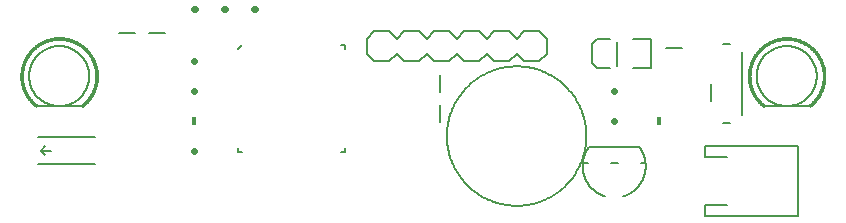
<source format=gto>
G75*
%MOIN*%
%OFA0B0*%
%FSLAX25Y25*%
%IPPOS*%
%LPD*%
%AMOC8*
5,1,8,0,0,1.08239X$1,22.5*
%
%ADD10C,0.00800*%
%ADD11C,0.02200*%
%ADD12R,0.01800X0.03000*%
%ADD13C,0.00500*%
%ADD14C,0.00100*%
%ADD15C,0.00600*%
D10*
X0106300Y0169100D02*
X0125300Y0169100D01*
X0110800Y0173600D02*
X0107300Y0173600D01*
X0108800Y0175100D01*
X0107300Y0173600D02*
X0108800Y0172100D01*
X0106300Y0178100D02*
X0125300Y0178100D01*
X0121000Y0188500D02*
X0106000Y0188500D01*
X0133313Y0212949D02*
X0138687Y0212949D01*
X0143313Y0212949D02*
X0148687Y0212949D01*
X0173283Y0207535D02*
X0174465Y0208717D01*
X0207535Y0208717D02*
X0208717Y0208717D01*
X0208717Y0207535D01*
X0216000Y0206000D02*
X0218500Y0203500D01*
X0223500Y0203500D01*
X0226000Y0206000D01*
X0228500Y0203500D01*
X0233500Y0203500D01*
X0236000Y0206000D01*
X0238500Y0203500D01*
X0243500Y0203500D01*
X0246000Y0206000D01*
X0248500Y0203500D01*
X0253500Y0203500D01*
X0256000Y0206000D01*
X0258500Y0203500D01*
X0263500Y0203500D01*
X0266000Y0206000D01*
X0268500Y0203500D01*
X0273500Y0203500D01*
X0276000Y0206000D01*
X0276000Y0211000D01*
X0273500Y0213500D01*
X0268500Y0213500D01*
X0266000Y0211000D01*
X0263500Y0213500D01*
X0258500Y0213500D01*
X0256000Y0211000D01*
X0253500Y0213500D01*
X0248500Y0213500D01*
X0246000Y0211000D01*
X0243500Y0213500D01*
X0238500Y0213500D01*
X0236000Y0211000D01*
X0233500Y0213500D01*
X0228500Y0213500D01*
X0226000Y0211000D01*
X0223500Y0213500D01*
X0218500Y0213500D01*
X0216000Y0211000D01*
X0216000Y0206000D01*
X0240449Y0198687D02*
X0240449Y0193313D01*
X0240449Y0188687D02*
X0240449Y0183313D01*
X0242772Y0178500D02*
X0242779Y0179070D01*
X0242800Y0179640D01*
X0242835Y0180209D01*
X0242884Y0180777D01*
X0242947Y0181343D01*
X0243023Y0181908D01*
X0243114Y0182471D01*
X0243218Y0183032D01*
X0243336Y0183589D01*
X0243468Y0184144D01*
X0243613Y0184695D01*
X0243772Y0185243D01*
X0243944Y0185786D01*
X0244130Y0186325D01*
X0244328Y0186860D01*
X0244540Y0187389D01*
X0244765Y0187913D01*
X0245002Y0188431D01*
X0245252Y0188944D01*
X0245515Y0189450D01*
X0245790Y0189949D01*
X0246077Y0190442D01*
X0246376Y0190927D01*
X0246687Y0191405D01*
X0247009Y0191875D01*
X0247343Y0192337D01*
X0247688Y0192791D01*
X0248045Y0193236D01*
X0248412Y0193672D01*
X0248789Y0194099D01*
X0249177Y0194517D01*
X0249575Y0194925D01*
X0249983Y0195323D01*
X0250401Y0195711D01*
X0250828Y0196088D01*
X0251264Y0196455D01*
X0251709Y0196812D01*
X0252163Y0197157D01*
X0252625Y0197491D01*
X0253095Y0197813D01*
X0253573Y0198124D01*
X0254058Y0198423D01*
X0254551Y0198710D01*
X0255050Y0198985D01*
X0255556Y0199248D01*
X0256069Y0199498D01*
X0256587Y0199735D01*
X0257111Y0199960D01*
X0257640Y0200172D01*
X0258175Y0200370D01*
X0258714Y0200556D01*
X0259257Y0200728D01*
X0259805Y0200887D01*
X0260356Y0201032D01*
X0260911Y0201164D01*
X0261468Y0201282D01*
X0262029Y0201386D01*
X0262592Y0201477D01*
X0263157Y0201553D01*
X0263723Y0201616D01*
X0264291Y0201665D01*
X0264860Y0201700D01*
X0265430Y0201721D01*
X0266000Y0201728D01*
X0266570Y0201721D01*
X0267140Y0201700D01*
X0267709Y0201665D01*
X0268277Y0201616D01*
X0268843Y0201553D01*
X0269408Y0201477D01*
X0269971Y0201386D01*
X0270532Y0201282D01*
X0271089Y0201164D01*
X0271644Y0201032D01*
X0272195Y0200887D01*
X0272743Y0200728D01*
X0273286Y0200556D01*
X0273825Y0200370D01*
X0274360Y0200172D01*
X0274889Y0199960D01*
X0275413Y0199735D01*
X0275931Y0199498D01*
X0276444Y0199248D01*
X0276950Y0198985D01*
X0277449Y0198710D01*
X0277942Y0198423D01*
X0278427Y0198124D01*
X0278905Y0197813D01*
X0279375Y0197491D01*
X0279837Y0197157D01*
X0280291Y0196812D01*
X0280736Y0196455D01*
X0281172Y0196088D01*
X0281599Y0195711D01*
X0282017Y0195323D01*
X0282425Y0194925D01*
X0282823Y0194517D01*
X0283211Y0194099D01*
X0283588Y0193672D01*
X0283955Y0193236D01*
X0284312Y0192791D01*
X0284657Y0192337D01*
X0284991Y0191875D01*
X0285313Y0191405D01*
X0285624Y0190927D01*
X0285923Y0190442D01*
X0286210Y0189949D01*
X0286485Y0189450D01*
X0286748Y0188944D01*
X0286998Y0188431D01*
X0287235Y0187913D01*
X0287460Y0187389D01*
X0287672Y0186860D01*
X0287870Y0186325D01*
X0288056Y0185786D01*
X0288228Y0185243D01*
X0288387Y0184695D01*
X0288532Y0184144D01*
X0288664Y0183589D01*
X0288782Y0183032D01*
X0288886Y0182471D01*
X0288977Y0181908D01*
X0289053Y0181343D01*
X0289116Y0180777D01*
X0289165Y0180209D01*
X0289200Y0179640D01*
X0289221Y0179070D01*
X0289228Y0178500D01*
X0289221Y0177930D01*
X0289200Y0177360D01*
X0289165Y0176791D01*
X0289116Y0176223D01*
X0289053Y0175657D01*
X0288977Y0175092D01*
X0288886Y0174529D01*
X0288782Y0173968D01*
X0288664Y0173411D01*
X0288532Y0172856D01*
X0288387Y0172305D01*
X0288228Y0171757D01*
X0288056Y0171214D01*
X0287870Y0170675D01*
X0287672Y0170140D01*
X0287460Y0169611D01*
X0287235Y0169087D01*
X0286998Y0168569D01*
X0286748Y0168056D01*
X0286485Y0167550D01*
X0286210Y0167051D01*
X0285923Y0166558D01*
X0285624Y0166073D01*
X0285313Y0165595D01*
X0284991Y0165125D01*
X0284657Y0164663D01*
X0284312Y0164209D01*
X0283955Y0163764D01*
X0283588Y0163328D01*
X0283211Y0162901D01*
X0282823Y0162483D01*
X0282425Y0162075D01*
X0282017Y0161677D01*
X0281599Y0161289D01*
X0281172Y0160912D01*
X0280736Y0160545D01*
X0280291Y0160188D01*
X0279837Y0159843D01*
X0279375Y0159509D01*
X0278905Y0159187D01*
X0278427Y0158876D01*
X0277942Y0158577D01*
X0277449Y0158290D01*
X0276950Y0158015D01*
X0276444Y0157752D01*
X0275931Y0157502D01*
X0275413Y0157265D01*
X0274889Y0157040D01*
X0274360Y0156828D01*
X0273825Y0156630D01*
X0273286Y0156444D01*
X0272743Y0156272D01*
X0272195Y0156113D01*
X0271644Y0155968D01*
X0271089Y0155836D01*
X0270532Y0155718D01*
X0269971Y0155614D01*
X0269408Y0155523D01*
X0268843Y0155447D01*
X0268277Y0155384D01*
X0267709Y0155335D01*
X0267140Y0155300D01*
X0266570Y0155279D01*
X0266000Y0155272D01*
X0265430Y0155279D01*
X0264860Y0155300D01*
X0264291Y0155335D01*
X0263723Y0155384D01*
X0263157Y0155447D01*
X0262592Y0155523D01*
X0262029Y0155614D01*
X0261468Y0155718D01*
X0260911Y0155836D01*
X0260356Y0155968D01*
X0259805Y0156113D01*
X0259257Y0156272D01*
X0258714Y0156444D01*
X0258175Y0156630D01*
X0257640Y0156828D01*
X0257111Y0157040D01*
X0256587Y0157265D01*
X0256069Y0157502D01*
X0255556Y0157752D01*
X0255050Y0158015D01*
X0254551Y0158290D01*
X0254058Y0158577D01*
X0253573Y0158876D01*
X0253095Y0159187D01*
X0252625Y0159509D01*
X0252163Y0159843D01*
X0251709Y0160188D01*
X0251264Y0160545D01*
X0250828Y0160912D01*
X0250401Y0161289D01*
X0249983Y0161677D01*
X0249575Y0162075D01*
X0249177Y0162483D01*
X0248789Y0162901D01*
X0248412Y0163328D01*
X0248045Y0163764D01*
X0247688Y0164209D01*
X0247343Y0164663D01*
X0247009Y0165125D01*
X0246687Y0165595D01*
X0246376Y0166073D01*
X0246077Y0166558D01*
X0245790Y0167051D01*
X0245515Y0167550D01*
X0245252Y0168056D01*
X0245002Y0168569D01*
X0244765Y0169087D01*
X0244540Y0169611D01*
X0244328Y0170140D01*
X0244130Y0170675D01*
X0243944Y0171214D01*
X0243772Y0171757D01*
X0243613Y0172305D01*
X0243468Y0172856D01*
X0243336Y0173411D01*
X0243218Y0173968D01*
X0243114Y0174529D01*
X0243023Y0175092D01*
X0242947Y0175657D01*
X0242884Y0176223D01*
X0242835Y0176791D01*
X0242800Y0177360D01*
X0242779Y0177930D01*
X0242772Y0178500D01*
X0208717Y0174465D02*
X0208717Y0173283D01*
X0207535Y0173283D01*
X0174465Y0173283D02*
X0173283Y0173283D01*
X0173283Y0174465D01*
X0288048Y0169500D02*
X0289627Y0169500D01*
X0290254Y0175000D02*
X0306746Y0175000D01*
X0307373Y0169500D02*
X0308952Y0169500D01*
X0299627Y0169500D02*
X0297373Y0169500D01*
X0290254Y0175000D02*
X0290099Y0174798D01*
X0289949Y0174593D01*
X0289803Y0174384D01*
X0289663Y0174171D01*
X0289528Y0173955D01*
X0289399Y0173736D01*
X0289275Y0173514D01*
X0289156Y0173289D01*
X0289043Y0173061D01*
X0288935Y0172831D01*
X0288833Y0172598D01*
X0288736Y0172362D01*
X0288645Y0172124D01*
X0288560Y0171885D01*
X0288481Y0171643D01*
X0288408Y0171399D01*
X0288341Y0171154D01*
X0288279Y0170907D01*
X0288224Y0170658D01*
X0288175Y0170408D01*
X0288132Y0170158D01*
X0288095Y0169906D01*
X0288064Y0169653D01*
X0288039Y0169400D01*
X0288020Y0169146D01*
X0288007Y0168892D01*
X0288001Y0168638D01*
X0288001Y0168383D01*
X0288007Y0168129D01*
X0288019Y0167874D01*
X0288037Y0167621D01*
X0288061Y0167367D01*
X0288092Y0167115D01*
X0288128Y0166863D01*
X0288171Y0166612D01*
X0288220Y0166362D01*
X0288275Y0166114D01*
X0288336Y0165867D01*
X0288402Y0165621D01*
X0288475Y0165377D01*
X0288554Y0165135D01*
X0288638Y0164895D01*
X0288729Y0164657D01*
X0288825Y0164421D01*
X0288926Y0164188D01*
X0289034Y0163957D01*
X0289146Y0163729D01*
X0289265Y0163504D01*
X0289389Y0163282D01*
X0289518Y0163062D01*
X0289652Y0162846D01*
X0289792Y0162633D01*
X0289937Y0162424D01*
X0290086Y0162218D01*
X0290241Y0162016D01*
X0290401Y0161818D01*
X0290565Y0161624D01*
X0290734Y0161433D01*
X0290907Y0161247D01*
X0291085Y0161065D01*
X0291268Y0160888D01*
X0291454Y0160715D01*
X0291645Y0160546D01*
X0291840Y0160382D01*
X0292039Y0160223D01*
X0292241Y0160069D01*
X0292447Y0159920D01*
X0292657Y0159776D01*
X0292870Y0159637D01*
X0293087Y0159503D01*
X0293306Y0159374D01*
X0293529Y0159251D01*
X0293755Y0159134D01*
X0293983Y0159021D01*
X0294214Y0158915D01*
X0294448Y0158814D01*
X0294684Y0158718D01*
X0294922Y0158629D01*
X0295162Y0158545D01*
X0295404Y0158467D01*
X0301596Y0158467D02*
X0301838Y0158545D01*
X0302078Y0158628D01*
X0302316Y0158718D01*
X0302552Y0158813D01*
X0302786Y0158915D01*
X0303017Y0159021D01*
X0303245Y0159133D01*
X0303471Y0159251D01*
X0303694Y0159374D01*
X0303913Y0159503D01*
X0304130Y0159637D01*
X0304343Y0159776D01*
X0304553Y0159920D01*
X0304759Y0160069D01*
X0304961Y0160223D01*
X0305160Y0160382D01*
X0305355Y0160546D01*
X0305545Y0160715D01*
X0305732Y0160888D01*
X0305914Y0161065D01*
X0306092Y0161247D01*
X0306266Y0161433D01*
X0306435Y0161624D01*
X0306599Y0161818D01*
X0306759Y0162016D01*
X0306914Y0162218D01*
X0307063Y0162424D01*
X0307208Y0162633D01*
X0307348Y0162846D01*
X0307482Y0163062D01*
X0307611Y0163281D01*
X0307735Y0163504D01*
X0307853Y0163729D01*
X0307966Y0163957D01*
X0308074Y0164188D01*
X0308175Y0164421D01*
X0308271Y0164657D01*
X0308362Y0164895D01*
X0308446Y0165135D01*
X0308525Y0165377D01*
X0308598Y0165621D01*
X0308664Y0165866D01*
X0308725Y0166113D01*
X0308780Y0166362D01*
X0308829Y0166612D01*
X0308872Y0166863D01*
X0308908Y0167114D01*
X0308939Y0167367D01*
X0308963Y0167620D01*
X0308981Y0167874D01*
X0308993Y0168128D01*
X0308999Y0168383D01*
X0308999Y0168637D01*
X0308993Y0168892D01*
X0308980Y0169146D01*
X0308961Y0169400D01*
X0308936Y0169653D01*
X0308905Y0169906D01*
X0308868Y0170157D01*
X0308825Y0170408D01*
X0308776Y0170658D01*
X0308721Y0170906D01*
X0308659Y0171153D01*
X0308592Y0171399D01*
X0308519Y0171642D01*
X0308440Y0171884D01*
X0308355Y0172124D01*
X0308264Y0172362D01*
X0308167Y0172598D01*
X0308065Y0172831D01*
X0307958Y0173061D01*
X0307844Y0173289D01*
X0307725Y0173514D01*
X0307601Y0173736D01*
X0307472Y0173955D01*
X0307337Y0174171D01*
X0307197Y0174384D01*
X0307052Y0174593D01*
X0306901Y0174798D01*
X0306746Y0175000D01*
X0328913Y0175311D02*
X0328913Y0171374D01*
X0336000Y0171374D01*
X0328913Y0175311D02*
X0359622Y0175311D01*
X0359622Y0151689D01*
X0328913Y0151689D01*
X0328913Y0155626D01*
X0336000Y0155626D01*
X0337181Y0182811D02*
X0334819Y0182811D01*
X0341118Y0185370D02*
X0341118Y0206630D01*
X0337181Y0209189D02*
X0334819Y0209189D01*
X0321187Y0207949D02*
X0315813Y0207949D01*
X0310843Y0210724D02*
X0304937Y0210724D01*
X0310843Y0210724D02*
X0310843Y0201276D01*
X0304937Y0201276D01*
X0297063Y0201276D02*
X0292732Y0201276D01*
X0291157Y0202850D01*
X0291157Y0209150D01*
X0292732Y0210724D01*
X0297063Y0210724D01*
X0330882Y0196000D02*
X0330882Y0190094D01*
X0348500Y0188500D02*
X0363500Y0188500D01*
D11*
X0298500Y0183620D02*
X0298500Y0183380D01*
X0298500Y0193380D02*
X0298500Y0193620D01*
X0178620Y0221000D02*
X0178380Y0221000D01*
X0168620Y0221000D02*
X0168380Y0221000D01*
X0158620Y0221000D02*
X0158380Y0221000D01*
X0158500Y0203620D02*
X0158500Y0203380D01*
X0158500Y0193620D02*
X0158500Y0193380D01*
X0158500Y0173620D02*
X0158500Y0173380D01*
D12*
X0158500Y0183500D03*
X0313500Y0183500D03*
D13*
X0299500Y0202000D02*
X0299500Y0210000D01*
D14*
X0363809Y0188171D02*
X0363269Y0188891D01*
X0363270Y0188890D02*
X0363503Y0189071D01*
X0363731Y0189257D01*
X0363955Y0189449D01*
X0364174Y0189646D01*
X0364388Y0189848D01*
X0364597Y0190056D01*
X0364800Y0190269D01*
X0364999Y0190486D01*
X0365192Y0190709D01*
X0365380Y0190936D01*
X0365562Y0191167D01*
X0365739Y0191403D01*
X0365909Y0191644D01*
X0366074Y0191888D01*
X0366232Y0192136D01*
X0366385Y0192388D01*
X0366531Y0192644D01*
X0366671Y0192903D01*
X0366805Y0193166D01*
X0366932Y0193431D01*
X0367053Y0193700D01*
X0367167Y0193972D01*
X0367274Y0194246D01*
X0367375Y0194523D01*
X0367469Y0194802D01*
X0367556Y0195084D01*
X0367636Y0195367D01*
X0367709Y0195653D01*
X0367775Y0195940D01*
X0367834Y0196229D01*
X0367886Y0196519D01*
X0367931Y0196810D01*
X0367969Y0197102D01*
X0367999Y0197395D01*
X0368023Y0197689D01*
X0368039Y0197983D01*
X0368048Y0198277D01*
X0368050Y0198572D01*
X0368044Y0198867D01*
X0368032Y0199161D01*
X0368012Y0199455D01*
X0367985Y0199748D01*
X0367951Y0200041D01*
X0367910Y0200333D01*
X0367861Y0200623D01*
X0367806Y0200913D01*
X0367744Y0201200D01*
X0367674Y0201487D01*
X0367597Y0201771D01*
X0367514Y0202054D01*
X0367424Y0202334D01*
X0367327Y0202612D01*
X0367223Y0202888D01*
X0367112Y0203161D01*
X0366995Y0203431D01*
X0366871Y0203699D01*
X0366741Y0203963D01*
X0366604Y0204224D01*
X0366461Y0204481D01*
X0366311Y0204735D01*
X0366156Y0204986D01*
X0365994Y0205232D01*
X0365827Y0205474D01*
X0365653Y0205712D01*
X0365474Y0205946D01*
X0365289Y0206176D01*
X0365099Y0206400D01*
X0364903Y0206621D01*
X0364702Y0206836D01*
X0364495Y0207046D01*
X0364284Y0207251D01*
X0364067Y0207451D01*
X0363846Y0207646D01*
X0363620Y0207835D01*
X0363390Y0208018D01*
X0363155Y0208196D01*
X0362915Y0208368D01*
X0362672Y0208534D01*
X0362425Y0208694D01*
X0362174Y0208848D01*
X0361919Y0208996D01*
X0361660Y0209138D01*
X0361399Y0209273D01*
X0361134Y0209402D01*
X0360866Y0209524D01*
X0360595Y0209640D01*
X0360321Y0209749D01*
X0360045Y0209851D01*
X0359766Y0209946D01*
X0359485Y0210035D01*
X0359202Y0210117D01*
X0358917Y0210192D01*
X0358630Y0210259D01*
X0358342Y0210320D01*
X0358052Y0210374D01*
X0357761Y0210421D01*
X0357469Y0210460D01*
X0357177Y0210492D01*
X0356883Y0210518D01*
X0356589Y0210536D01*
X0356295Y0210546D01*
X0356000Y0210550D01*
X0355705Y0210546D01*
X0355411Y0210536D01*
X0355117Y0210518D01*
X0354823Y0210492D01*
X0354531Y0210460D01*
X0354239Y0210421D01*
X0353948Y0210374D01*
X0353658Y0210320D01*
X0353370Y0210259D01*
X0353083Y0210192D01*
X0352798Y0210117D01*
X0352515Y0210035D01*
X0352234Y0209946D01*
X0351955Y0209851D01*
X0351679Y0209749D01*
X0351405Y0209640D01*
X0351134Y0209524D01*
X0350866Y0209402D01*
X0350601Y0209273D01*
X0350340Y0209138D01*
X0350081Y0208996D01*
X0349826Y0208848D01*
X0349575Y0208694D01*
X0349328Y0208534D01*
X0349085Y0208368D01*
X0348845Y0208196D01*
X0348610Y0208018D01*
X0348380Y0207835D01*
X0348154Y0207646D01*
X0347933Y0207451D01*
X0347716Y0207251D01*
X0347505Y0207046D01*
X0347298Y0206836D01*
X0347097Y0206621D01*
X0346901Y0206400D01*
X0346711Y0206176D01*
X0346526Y0205946D01*
X0346347Y0205712D01*
X0346173Y0205474D01*
X0346006Y0205232D01*
X0345844Y0204986D01*
X0345689Y0204735D01*
X0345539Y0204481D01*
X0345396Y0204224D01*
X0345259Y0203963D01*
X0345129Y0203699D01*
X0345005Y0203431D01*
X0344888Y0203161D01*
X0344777Y0202888D01*
X0344673Y0202612D01*
X0344576Y0202334D01*
X0344486Y0202054D01*
X0344403Y0201771D01*
X0344326Y0201487D01*
X0344256Y0201200D01*
X0344194Y0200913D01*
X0344139Y0200623D01*
X0344090Y0200333D01*
X0344049Y0200041D01*
X0344015Y0199748D01*
X0343988Y0199455D01*
X0343968Y0199161D01*
X0343956Y0198867D01*
X0343950Y0198572D01*
X0343952Y0198277D01*
X0343961Y0197983D01*
X0343977Y0197689D01*
X0344001Y0197395D01*
X0344031Y0197102D01*
X0344069Y0196810D01*
X0344114Y0196519D01*
X0344166Y0196229D01*
X0344225Y0195940D01*
X0344291Y0195653D01*
X0344364Y0195367D01*
X0344444Y0195084D01*
X0344531Y0194802D01*
X0344625Y0194523D01*
X0344726Y0194246D01*
X0344833Y0193972D01*
X0344947Y0193700D01*
X0345068Y0193431D01*
X0345195Y0193166D01*
X0345329Y0192903D01*
X0345469Y0192644D01*
X0345615Y0192388D01*
X0345768Y0192136D01*
X0345926Y0191888D01*
X0346091Y0191644D01*
X0346261Y0191403D01*
X0346438Y0191167D01*
X0346620Y0190936D01*
X0346808Y0190709D01*
X0347001Y0190486D01*
X0347200Y0190269D01*
X0347403Y0190056D01*
X0347612Y0189848D01*
X0347826Y0189646D01*
X0348045Y0189449D01*
X0348269Y0189257D01*
X0348497Y0189071D01*
X0348730Y0188890D01*
X0348191Y0188171D01*
X0348190Y0188170D01*
X0347940Y0188364D01*
X0347694Y0188564D01*
X0347454Y0188770D01*
X0347219Y0188982D01*
X0346989Y0189200D01*
X0346764Y0189423D01*
X0346545Y0189651D01*
X0346331Y0189885D01*
X0346123Y0190124D01*
X0345921Y0190368D01*
X0345726Y0190617D01*
X0345536Y0190871D01*
X0345353Y0191129D01*
X0345176Y0191391D01*
X0345005Y0191658D01*
X0344841Y0191929D01*
X0344684Y0192204D01*
X0344533Y0192482D01*
X0344389Y0192765D01*
X0344253Y0193050D01*
X0344123Y0193339D01*
X0344000Y0193631D01*
X0343885Y0193926D01*
X0343777Y0194223D01*
X0343676Y0194524D01*
X0343582Y0194826D01*
X0343496Y0195131D01*
X0343417Y0195438D01*
X0343346Y0195746D01*
X0343283Y0196056D01*
X0343227Y0196368D01*
X0343178Y0196681D01*
X0343138Y0196995D01*
X0343105Y0197310D01*
X0343080Y0197626D01*
X0343062Y0197942D01*
X0343052Y0198258D01*
X0343050Y0198575D01*
X0343056Y0198892D01*
X0343069Y0199208D01*
X0343091Y0199524D01*
X0343119Y0199839D01*
X0343156Y0200154D01*
X0343200Y0200467D01*
X0343252Y0200780D01*
X0343312Y0201091D01*
X0343379Y0201400D01*
X0343454Y0201708D01*
X0343536Y0202014D01*
X0343625Y0202317D01*
X0343722Y0202619D01*
X0343827Y0202918D01*
X0343939Y0203214D01*
X0344057Y0203508D01*
X0344183Y0203798D01*
X0344316Y0204085D01*
X0344457Y0204370D01*
X0344604Y0204650D01*
X0344757Y0204927D01*
X0344918Y0205200D01*
X0345085Y0205469D01*
X0345259Y0205734D01*
X0345439Y0205994D01*
X0345625Y0206250D01*
X0345818Y0206501D01*
X0346016Y0206748D01*
X0346221Y0206990D01*
X0346431Y0207226D01*
X0346648Y0207458D01*
X0346870Y0207683D01*
X0347097Y0207904D01*
X0347329Y0208119D01*
X0347567Y0208328D01*
X0347810Y0208531D01*
X0348058Y0208729D01*
X0348310Y0208920D01*
X0348567Y0209105D01*
X0348829Y0209283D01*
X0349095Y0209455D01*
X0349364Y0209621D01*
X0349638Y0209780D01*
X0349916Y0209932D01*
X0350197Y0210077D01*
X0350482Y0210216D01*
X0350770Y0210347D01*
X0351062Y0210471D01*
X0351356Y0210589D01*
X0351653Y0210699D01*
X0351952Y0210801D01*
X0352254Y0210896D01*
X0352558Y0210984D01*
X0352865Y0211065D01*
X0353173Y0211138D01*
X0353483Y0211203D01*
X0353794Y0211261D01*
X0354107Y0211311D01*
X0354421Y0211353D01*
X0354735Y0211388D01*
X0355051Y0211415D01*
X0355367Y0211435D01*
X0355683Y0211446D01*
X0356000Y0211450D01*
X0356317Y0211446D01*
X0356633Y0211435D01*
X0356949Y0211415D01*
X0357265Y0211388D01*
X0357579Y0211353D01*
X0357893Y0211311D01*
X0358206Y0211261D01*
X0358517Y0211203D01*
X0358827Y0211138D01*
X0359135Y0211065D01*
X0359442Y0210984D01*
X0359746Y0210896D01*
X0360048Y0210801D01*
X0360347Y0210699D01*
X0360644Y0210589D01*
X0360938Y0210471D01*
X0361230Y0210347D01*
X0361518Y0210216D01*
X0361803Y0210077D01*
X0362084Y0209932D01*
X0362362Y0209780D01*
X0362636Y0209621D01*
X0362905Y0209455D01*
X0363171Y0209283D01*
X0363433Y0209105D01*
X0363690Y0208920D01*
X0363942Y0208729D01*
X0364190Y0208531D01*
X0364433Y0208328D01*
X0364671Y0208119D01*
X0364903Y0207904D01*
X0365130Y0207683D01*
X0365352Y0207458D01*
X0365569Y0207226D01*
X0365779Y0206990D01*
X0365984Y0206748D01*
X0366182Y0206501D01*
X0366375Y0206250D01*
X0366561Y0205994D01*
X0366741Y0205734D01*
X0366915Y0205469D01*
X0367082Y0205200D01*
X0367243Y0204927D01*
X0367396Y0204650D01*
X0367543Y0204370D01*
X0367684Y0204085D01*
X0367817Y0203798D01*
X0367943Y0203508D01*
X0368061Y0203214D01*
X0368173Y0202918D01*
X0368278Y0202619D01*
X0368375Y0202317D01*
X0368464Y0202014D01*
X0368546Y0201708D01*
X0368621Y0201400D01*
X0368688Y0201091D01*
X0368748Y0200780D01*
X0368800Y0200467D01*
X0368844Y0200154D01*
X0368881Y0199839D01*
X0368909Y0199524D01*
X0368931Y0199208D01*
X0368944Y0198892D01*
X0368950Y0198575D01*
X0368948Y0198258D01*
X0368938Y0197942D01*
X0368920Y0197626D01*
X0368895Y0197310D01*
X0368862Y0196995D01*
X0368822Y0196681D01*
X0368773Y0196368D01*
X0368717Y0196056D01*
X0368654Y0195746D01*
X0368583Y0195438D01*
X0368504Y0195131D01*
X0368418Y0194826D01*
X0368324Y0194524D01*
X0368223Y0194223D01*
X0368115Y0193926D01*
X0368000Y0193631D01*
X0367877Y0193339D01*
X0367747Y0193050D01*
X0367611Y0192765D01*
X0367467Y0192482D01*
X0367316Y0192204D01*
X0367159Y0191929D01*
X0366995Y0191658D01*
X0366824Y0191391D01*
X0366647Y0191129D01*
X0366464Y0190871D01*
X0366274Y0190617D01*
X0366079Y0190368D01*
X0365877Y0190124D01*
X0365669Y0189885D01*
X0365455Y0189651D01*
X0365236Y0189423D01*
X0365011Y0189200D01*
X0364781Y0188982D01*
X0364546Y0188770D01*
X0364306Y0188564D01*
X0364060Y0188364D01*
X0363810Y0188170D01*
X0363754Y0188245D01*
X0364002Y0188438D01*
X0364246Y0188637D01*
X0364484Y0188841D01*
X0364718Y0189051D01*
X0364946Y0189267D01*
X0365169Y0189489D01*
X0365387Y0189716D01*
X0365599Y0189948D01*
X0365805Y0190185D01*
X0366006Y0190427D01*
X0366200Y0190675D01*
X0366388Y0190926D01*
X0366570Y0191183D01*
X0366746Y0191443D01*
X0366915Y0191708D01*
X0367078Y0191977D01*
X0367234Y0192250D01*
X0367384Y0192526D01*
X0367526Y0192806D01*
X0367662Y0193090D01*
X0367791Y0193377D01*
X0367913Y0193667D01*
X0368027Y0193959D01*
X0368135Y0194255D01*
X0368235Y0194553D01*
X0368328Y0194853D01*
X0368413Y0195156D01*
X0368491Y0195460D01*
X0368562Y0195766D01*
X0368625Y0196074D01*
X0368681Y0196384D01*
X0368729Y0196694D01*
X0368769Y0197006D01*
X0368802Y0197319D01*
X0368827Y0197632D01*
X0368844Y0197946D01*
X0368854Y0198260D01*
X0368856Y0198575D01*
X0368850Y0198889D01*
X0368837Y0199203D01*
X0368816Y0199517D01*
X0368787Y0199830D01*
X0368751Y0200142D01*
X0368707Y0200453D01*
X0368655Y0200763D01*
X0368596Y0201072D01*
X0368529Y0201379D01*
X0368455Y0201685D01*
X0368374Y0201988D01*
X0368285Y0202290D01*
X0368188Y0202589D01*
X0368085Y0202886D01*
X0367974Y0203180D01*
X0367856Y0203471D01*
X0367731Y0203760D01*
X0367599Y0204045D01*
X0367460Y0204327D01*
X0367314Y0204605D01*
X0367161Y0204880D01*
X0367002Y0205151D01*
X0366836Y0205418D01*
X0366663Y0205681D01*
X0366485Y0205940D01*
X0366300Y0206194D01*
X0366108Y0206443D01*
X0365911Y0206688D01*
X0365708Y0206928D01*
X0365499Y0207163D01*
X0365284Y0207393D01*
X0365064Y0207617D01*
X0364839Y0207836D01*
X0364608Y0208049D01*
X0364372Y0208257D01*
X0364130Y0208459D01*
X0363885Y0208654D01*
X0363634Y0208844D01*
X0363379Y0209028D01*
X0363119Y0209205D01*
X0362855Y0209376D01*
X0362587Y0209540D01*
X0362315Y0209698D01*
X0362040Y0209849D01*
X0361760Y0209993D01*
X0361478Y0210131D01*
X0361192Y0210261D01*
X0360903Y0210385D01*
X0360610Y0210501D01*
X0360316Y0210610D01*
X0360018Y0210712D01*
X0359719Y0210806D01*
X0359416Y0210894D01*
X0359112Y0210974D01*
X0358807Y0211046D01*
X0358499Y0211111D01*
X0358190Y0211168D01*
X0357879Y0211218D01*
X0357568Y0211260D01*
X0357255Y0211295D01*
X0356942Y0211321D01*
X0356628Y0211341D01*
X0356314Y0211352D01*
X0356000Y0211356D01*
X0355686Y0211352D01*
X0355372Y0211341D01*
X0355058Y0211321D01*
X0354745Y0211295D01*
X0354432Y0211260D01*
X0354121Y0211218D01*
X0353810Y0211168D01*
X0353501Y0211111D01*
X0353193Y0211046D01*
X0352888Y0210974D01*
X0352584Y0210894D01*
X0352281Y0210806D01*
X0351982Y0210712D01*
X0351684Y0210610D01*
X0351390Y0210501D01*
X0351097Y0210385D01*
X0350808Y0210261D01*
X0350522Y0210131D01*
X0350240Y0209993D01*
X0349960Y0209849D01*
X0349685Y0209698D01*
X0349413Y0209540D01*
X0349145Y0209376D01*
X0348881Y0209205D01*
X0348621Y0209028D01*
X0348366Y0208844D01*
X0348115Y0208654D01*
X0347870Y0208459D01*
X0347628Y0208257D01*
X0347392Y0208049D01*
X0347161Y0207836D01*
X0346936Y0207617D01*
X0346716Y0207393D01*
X0346501Y0207163D01*
X0346292Y0206928D01*
X0346089Y0206688D01*
X0345892Y0206443D01*
X0345700Y0206194D01*
X0345515Y0205940D01*
X0345337Y0205681D01*
X0345164Y0205418D01*
X0344998Y0205151D01*
X0344839Y0204880D01*
X0344686Y0204605D01*
X0344540Y0204327D01*
X0344401Y0204045D01*
X0344269Y0203760D01*
X0344144Y0203471D01*
X0344026Y0203180D01*
X0343915Y0202886D01*
X0343812Y0202589D01*
X0343715Y0202290D01*
X0343626Y0201988D01*
X0343545Y0201685D01*
X0343471Y0201379D01*
X0343404Y0201072D01*
X0343345Y0200763D01*
X0343293Y0200453D01*
X0343249Y0200142D01*
X0343213Y0199830D01*
X0343184Y0199517D01*
X0343163Y0199203D01*
X0343150Y0198889D01*
X0343144Y0198575D01*
X0343146Y0198260D01*
X0343156Y0197946D01*
X0343173Y0197632D01*
X0343198Y0197319D01*
X0343231Y0197006D01*
X0343271Y0196694D01*
X0343319Y0196384D01*
X0343375Y0196074D01*
X0343438Y0195766D01*
X0343509Y0195460D01*
X0343587Y0195156D01*
X0343672Y0194853D01*
X0343765Y0194553D01*
X0343865Y0194255D01*
X0343973Y0193959D01*
X0344087Y0193667D01*
X0344209Y0193377D01*
X0344338Y0193090D01*
X0344474Y0192806D01*
X0344616Y0192526D01*
X0344766Y0192250D01*
X0344922Y0191977D01*
X0345085Y0191708D01*
X0345254Y0191443D01*
X0345430Y0191183D01*
X0345612Y0190926D01*
X0345800Y0190675D01*
X0345994Y0190427D01*
X0346195Y0190185D01*
X0346401Y0189948D01*
X0346613Y0189716D01*
X0346831Y0189489D01*
X0347054Y0189267D01*
X0347282Y0189051D01*
X0347516Y0188841D01*
X0347754Y0188637D01*
X0347998Y0188438D01*
X0348246Y0188245D01*
X0348303Y0188320D01*
X0348056Y0188512D01*
X0347814Y0188709D01*
X0347577Y0188912D01*
X0347346Y0189121D01*
X0347119Y0189335D01*
X0346897Y0189555D01*
X0346681Y0189780D01*
X0346471Y0190011D01*
X0346266Y0190246D01*
X0346067Y0190487D01*
X0345874Y0190732D01*
X0345688Y0190982D01*
X0345507Y0191236D01*
X0345332Y0191495D01*
X0345164Y0191758D01*
X0345003Y0192025D01*
X0344848Y0192296D01*
X0344699Y0192570D01*
X0344558Y0192848D01*
X0344423Y0193130D01*
X0344295Y0193414D01*
X0344174Y0193702D01*
X0344060Y0193993D01*
X0343954Y0194286D01*
X0343854Y0194582D01*
X0343762Y0194880D01*
X0343677Y0195180D01*
X0343600Y0195483D01*
X0343530Y0195787D01*
X0343467Y0196092D01*
X0343412Y0196399D01*
X0343364Y0196708D01*
X0343324Y0197017D01*
X0343292Y0197328D01*
X0343267Y0197639D01*
X0343250Y0197950D01*
X0343240Y0198262D01*
X0343238Y0198574D01*
X0343244Y0198886D01*
X0343257Y0199198D01*
X0343278Y0199509D01*
X0343306Y0199820D01*
X0343343Y0200130D01*
X0343386Y0200439D01*
X0343437Y0200747D01*
X0343496Y0201054D01*
X0343562Y0201358D01*
X0343636Y0201662D01*
X0343717Y0201963D01*
X0343805Y0202262D01*
X0343901Y0202559D01*
X0344004Y0202854D01*
X0344114Y0203146D01*
X0344231Y0203435D01*
X0344355Y0203722D01*
X0344486Y0204005D01*
X0344624Y0204285D01*
X0344769Y0204561D01*
X0344921Y0204834D01*
X0345079Y0205103D01*
X0345244Y0205368D01*
X0345415Y0205629D01*
X0345592Y0205885D01*
X0345776Y0206138D01*
X0345966Y0206385D01*
X0346161Y0206628D01*
X0346363Y0206867D01*
X0346571Y0207100D01*
X0346784Y0207328D01*
X0347002Y0207550D01*
X0347226Y0207768D01*
X0347455Y0207979D01*
X0347690Y0208185D01*
X0347929Y0208386D01*
X0348173Y0208580D01*
X0348422Y0208768D01*
X0348675Y0208951D01*
X0348933Y0209127D01*
X0349195Y0209296D01*
X0349461Y0209459D01*
X0349731Y0209616D01*
X0350005Y0209766D01*
X0350282Y0209909D01*
X0350562Y0210046D01*
X0350846Y0210175D01*
X0351133Y0210298D01*
X0351423Y0210413D01*
X0351716Y0210521D01*
X0352011Y0210623D01*
X0352309Y0210717D01*
X0352609Y0210803D01*
X0352910Y0210882D01*
X0353214Y0210954D01*
X0353519Y0211019D01*
X0353826Y0211076D01*
X0354134Y0211125D01*
X0354444Y0211167D01*
X0354754Y0211201D01*
X0355065Y0211228D01*
X0355376Y0211247D01*
X0355688Y0211258D01*
X0356000Y0211262D01*
X0356312Y0211258D01*
X0356624Y0211247D01*
X0356935Y0211228D01*
X0357246Y0211201D01*
X0357556Y0211167D01*
X0357866Y0211125D01*
X0358174Y0211076D01*
X0358481Y0211019D01*
X0358786Y0210954D01*
X0359090Y0210882D01*
X0359391Y0210803D01*
X0359691Y0210717D01*
X0359989Y0210623D01*
X0360284Y0210521D01*
X0360577Y0210413D01*
X0360867Y0210298D01*
X0361154Y0210175D01*
X0361438Y0210046D01*
X0361718Y0209909D01*
X0361995Y0209766D01*
X0362269Y0209616D01*
X0362539Y0209459D01*
X0362805Y0209296D01*
X0363067Y0209127D01*
X0363325Y0208951D01*
X0363578Y0208768D01*
X0363827Y0208580D01*
X0364071Y0208386D01*
X0364310Y0208185D01*
X0364545Y0207979D01*
X0364774Y0207768D01*
X0364998Y0207550D01*
X0365216Y0207328D01*
X0365429Y0207100D01*
X0365637Y0206867D01*
X0365839Y0206628D01*
X0366034Y0206385D01*
X0366224Y0206138D01*
X0366408Y0205885D01*
X0366585Y0205629D01*
X0366756Y0205368D01*
X0366921Y0205103D01*
X0367079Y0204834D01*
X0367231Y0204561D01*
X0367376Y0204285D01*
X0367514Y0204005D01*
X0367645Y0203722D01*
X0367769Y0203435D01*
X0367886Y0203146D01*
X0367996Y0202854D01*
X0368099Y0202559D01*
X0368195Y0202262D01*
X0368283Y0201963D01*
X0368364Y0201662D01*
X0368438Y0201358D01*
X0368504Y0201054D01*
X0368563Y0200747D01*
X0368614Y0200439D01*
X0368657Y0200130D01*
X0368694Y0199820D01*
X0368722Y0199509D01*
X0368743Y0199198D01*
X0368756Y0198886D01*
X0368762Y0198574D01*
X0368760Y0198262D01*
X0368750Y0197950D01*
X0368733Y0197639D01*
X0368708Y0197328D01*
X0368676Y0197017D01*
X0368636Y0196708D01*
X0368588Y0196399D01*
X0368533Y0196092D01*
X0368470Y0195787D01*
X0368400Y0195483D01*
X0368323Y0195180D01*
X0368238Y0194880D01*
X0368146Y0194582D01*
X0368046Y0194286D01*
X0367940Y0193993D01*
X0367826Y0193702D01*
X0367705Y0193414D01*
X0367577Y0193130D01*
X0367442Y0192848D01*
X0367301Y0192570D01*
X0367152Y0192296D01*
X0366997Y0192025D01*
X0366836Y0191758D01*
X0366668Y0191495D01*
X0366493Y0191236D01*
X0366312Y0190982D01*
X0366126Y0190732D01*
X0365933Y0190487D01*
X0365734Y0190246D01*
X0365529Y0190011D01*
X0365319Y0189780D01*
X0365103Y0189555D01*
X0364881Y0189335D01*
X0364654Y0189121D01*
X0364423Y0188912D01*
X0364186Y0188709D01*
X0363944Y0188512D01*
X0363697Y0188320D01*
X0363641Y0188396D01*
X0363886Y0188586D01*
X0364126Y0188781D01*
X0364361Y0188983D01*
X0364591Y0189190D01*
X0364816Y0189403D01*
X0365036Y0189621D01*
X0365250Y0189845D01*
X0365459Y0190074D01*
X0365662Y0190307D01*
X0365860Y0190546D01*
X0366051Y0190789D01*
X0366237Y0191038D01*
X0366416Y0191290D01*
X0366589Y0191547D01*
X0366756Y0191808D01*
X0366917Y0192073D01*
X0367070Y0192342D01*
X0367218Y0192614D01*
X0367358Y0192890D01*
X0367492Y0193170D01*
X0367619Y0193452D01*
X0367739Y0193738D01*
X0367852Y0194026D01*
X0367958Y0194317D01*
X0368056Y0194611D01*
X0368148Y0194907D01*
X0368232Y0195205D01*
X0368309Y0195505D01*
X0368378Y0195807D01*
X0368441Y0196110D01*
X0368495Y0196415D01*
X0368543Y0196721D01*
X0368582Y0197029D01*
X0368614Y0197337D01*
X0368639Y0197645D01*
X0368656Y0197955D01*
X0368666Y0198264D01*
X0368668Y0198574D01*
X0368662Y0198884D01*
X0368649Y0199193D01*
X0368628Y0199502D01*
X0368600Y0199811D01*
X0368564Y0200118D01*
X0368521Y0200425D01*
X0368470Y0200731D01*
X0368412Y0201035D01*
X0368346Y0201338D01*
X0368273Y0201639D01*
X0368193Y0201938D01*
X0368105Y0202235D01*
X0368010Y0202530D01*
X0367908Y0202822D01*
X0367799Y0203112D01*
X0367682Y0203399D01*
X0367559Y0203683D01*
X0367429Y0203964D01*
X0367292Y0204242D01*
X0367148Y0204516D01*
X0366998Y0204787D01*
X0366841Y0205054D01*
X0366677Y0205317D01*
X0366507Y0205576D01*
X0366331Y0205831D01*
X0366149Y0206082D01*
X0365960Y0206327D01*
X0365766Y0206569D01*
X0365566Y0206805D01*
X0365360Y0207036D01*
X0365148Y0207263D01*
X0364931Y0207484D01*
X0364709Y0207699D01*
X0364482Y0207910D01*
X0364249Y0208114D01*
X0364011Y0208313D01*
X0363769Y0208506D01*
X0363522Y0208693D01*
X0363271Y0208874D01*
X0363015Y0209048D01*
X0362755Y0209217D01*
X0362491Y0209379D01*
X0362223Y0209534D01*
X0361951Y0209683D01*
X0361676Y0209825D01*
X0361397Y0209961D01*
X0361116Y0210089D01*
X0360831Y0210211D01*
X0360543Y0210325D01*
X0360252Y0210433D01*
X0359959Y0210533D01*
X0359664Y0210627D01*
X0359366Y0210713D01*
X0359067Y0210791D01*
X0358765Y0210862D01*
X0358462Y0210926D01*
X0358158Y0210983D01*
X0357852Y0211032D01*
X0357545Y0211073D01*
X0357237Y0211107D01*
X0356928Y0211134D01*
X0356619Y0211153D01*
X0356310Y0211164D01*
X0356000Y0211168D01*
X0355690Y0211164D01*
X0355381Y0211153D01*
X0355072Y0211134D01*
X0354763Y0211107D01*
X0354455Y0211073D01*
X0354148Y0211032D01*
X0353842Y0210983D01*
X0353538Y0210926D01*
X0353235Y0210862D01*
X0352933Y0210791D01*
X0352634Y0210713D01*
X0352336Y0210627D01*
X0352041Y0210533D01*
X0351748Y0210433D01*
X0351457Y0210325D01*
X0351169Y0210211D01*
X0350884Y0210089D01*
X0350603Y0209961D01*
X0350324Y0209825D01*
X0350049Y0209683D01*
X0349777Y0209534D01*
X0349509Y0209379D01*
X0349245Y0209217D01*
X0348985Y0209048D01*
X0348729Y0208874D01*
X0348478Y0208693D01*
X0348231Y0208506D01*
X0347989Y0208313D01*
X0347751Y0208114D01*
X0347518Y0207910D01*
X0347291Y0207699D01*
X0347069Y0207484D01*
X0346852Y0207263D01*
X0346640Y0207036D01*
X0346434Y0206805D01*
X0346234Y0206569D01*
X0346040Y0206327D01*
X0345851Y0206082D01*
X0345669Y0205831D01*
X0345493Y0205576D01*
X0345323Y0205317D01*
X0345159Y0205054D01*
X0345002Y0204787D01*
X0344852Y0204516D01*
X0344708Y0204242D01*
X0344571Y0203964D01*
X0344441Y0203683D01*
X0344318Y0203399D01*
X0344201Y0203112D01*
X0344092Y0202822D01*
X0343990Y0202530D01*
X0343895Y0202235D01*
X0343807Y0201938D01*
X0343727Y0201639D01*
X0343654Y0201338D01*
X0343588Y0201035D01*
X0343530Y0200731D01*
X0343479Y0200425D01*
X0343436Y0200118D01*
X0343400Y0199811D01*
X0343372Y0199502D01*
X0343351Y0199193D01*
X0343338Y0198884D01*
X0343332Y0198574D01*
X0343334Y0198264D01*
X0343344Y0197955D01*
X0343361Y0197645D01*
X0343386Y0197337D01*
X0343418Y0197029D01*
X0343457Y0196721D01*
X0343505Y0196415D01*
X0343559Y0196110D01*
X0343622Y0195807D01*
X0343691Y0195505D01*
X0343768Y0195205D01*
X0343852Y0194907D01*
X0343944Y0194611D01*
X0344042Y0194317D01*
X0344148Y0194026D01*
X0344261Y0193738D01*
X0344381Y0193452D01*
X0344508Y0193170D01*
X0344642Y0192890D01*
X0344782Y0192614D01*
X0344930Y0192342D01*
X0345083Y0192073D01*
X0345244Y0191808D01*
X0345411Y0191547D01*
X0345584Y0191290D01*
X0345763Y0191038D01*
X0345949Y0190789D01*
X0346140Y0190546D01*
X0346338Y0190307D01*
X0346541Y0190074D01*
X0346750Y0189845D01*
X0346964Y0189621D01*
X0347184Y0189403D01*
X0347409Y0189190D01*
X0347639Y0188983D01*
X0347874Y0188781D01*
X0348114Y0188586D01*
X0348359Y0188396D01*
X0348416Y0188471D01*
X0348173Y0188659D01*
X0347934Y0188854D01*
X0347701Y0189054D01*
X0347473Y0189259D01*
X0347249Y0189471D01*
X0347031Y0189687D01*
X0346818Y0189909D01*
X0346611Y0190136D01*
X0346409Y0190368D01*
X0346213Y0190605D01*
X0346023Y0190847D01*
X0345839Y0191093D01*
X0345661Y0191344D01*
X0345489Y0191599D01*
X0345324Y0191858D01*
X0345164Y0192121D01*
X0345012Y0192388D01*
X0344865Y0192658D01*
X0344726Y0192932D01*
X0344593Y0193209D01*
X0344467Y0193490D01*
X0344348Y0193773D01*
X0344236Y0194060D01*
X0344131Y0194349D01*
X0344033Y0194640D01*
X0343942Y0194934D01*
X0343859Y0195230D01*
X0343782Y0195527D01*
X0343713Y0195827D01*
X0343652Y0196128D01*
X0343597Y0196431D01*
X0343551Y0196735D01*
X0343511Y0197040D01*
X0343479Y0197345D01*
X0343455Y0197652D01*
X0343438Y0197959D01*
X0343428Y0198266D01*
X0343426Y0198574D01*
X0343432Y0198881D01*
X0343445Y0199188D01*
X0343465Y0199495D01*
X0343494Y0199801D01*
X0343529Y0200107D01*
X0343572Y0200411D01*
X0343623Y0200714D01*
X0343680Y0201016D01*
X0343746Y0201317D01*
X0343818Y0201616D01*
X0343898Y0201912D01*
X0343985Y0202207D01*
X0344079Y0202500D01*
X0344181Y0202790D01*
X0344289Y0203078D01*
X0344404Y0203363D01*
X0344527Y0203645D01*
X0344656Y0203924D01*
X0344792Y0204200D01*
X0344935Y0204472D01*
X0345084Y0204741D01*
X0345240Y0205006D01*
X0345402Y0205267D01*
X0345571Y0205524D01*
X0345746Y0205777D01*
X0345927Y0206025D01*
X0346114Y0206269D01*
X0346307Y0206509D01*
X0346505Y0206743D01*
X0346710Y0206973D01*
X0346920Y0207198D01*
X0347135Y0207417D01*
X0347356Y0207631D01*
X0347581Y0207840D01*
X0347812Y0208043D01*
X0348048Y0208240D01*
X0348289Y0208432D01*
X0348534Y0208617D01*
X0348783Y0208797D01*
X0349037Y0208970D01*
X0349295Y0209137D01*
X0349557Y0209298D01*
X0349823Y0209452D01*
X0350093Y0209600D01*
X0350366Y0209741D01*
X0350643Y0209876D01*
X0350922Y0210003D01*
X0351205Y0210124D01*
X0351491Y0210238D01*
X0351779Y0210344D01*
X0352070Y0210444D01*
X0352363Y0210537D01*
X0352659Y0210622D01*
X0352956Y0210700D01*
X0353255Y0210771D01*
X0353556Y0210834D01*
X0353858Y0210890D01*
X0354162Y0210939D01*
X0354467Y0210980D01*
X0354772Y0211014D01*
X0355078Y0211040D01*
X0355385Y0211059D01*
X0355693Y0211070D01*
X0356000Y0211074D01*
X0356307Y0211070D01*
X0356615Y0211059D01*
X0356922Y0211040D01*
X0357228Y0211014D01*
X0357533Y0210980D01*
X0357838Y0210939D01*
X0358142Y0210890D01*
X0358444Y0210834D01*
X0358745Y0210771D01*
X0359044Y0210700D01*
X0359341Y0210622D01*
X0359637Y0210537D01*
X0359930Y0210444D01*
X0360221Y0210344D01*
X0360509Y0210238D01*
X0360795Y0210124D01*
X0361078Y0210003D01*
X0361357Y0209876D01*
X0361634Y0209741D01*
X0361907Y0209600D01*
X0362177Y0209452D01*
X0362443Y0209298D01*
X0362705Y0209137D01*
X0362963Y0208970D01*
X0363217Y0208797D01*
X0363466Y0208617D01*
X0363711Y0208432D01*
X0363952Y0208240D01*
X0364188Y0208043D01*
X0364419Y0207840D01*
X0364644Y0207631D01*
X0364865Y0207417D01*
X0365080Y0207198D01*
X0365290Y0206973D01*
X0365495Y0206743D01*
X0365693Y0206509D01*
X0365886Y0206269D01*
X0366073Y0206025D01*
X0366254Y0205777D01*
X0366429Y0205524D01*
X0366598Y0205267D01*
X0366760Y0205006D01*
X0366916Y0204741D01*
X0367065Y0204472D01*
X0367208Y0204200D01*
X0367344Y0203924D01*
X0367473Y0203645D01*
X0367596Y0203363D01*
X0367711Y0203078D01*
X0367819Y0202790D01*
X0367921Y0202500D01*
X0368015Y0202207D01*
X0368102Y0201912D01*
X0368182Y0201616D01*
X0368254Y0201317D01*
X0368320Y0201016D01*
X0368377Y0200714D01*
X0368428Y0200411D01*
X0368471Y0200107D01*
X0368506Y0199801D01*
X0368535Y0199495D01*
X0368555Y0199188D01*
X0368568Y0198881D01*
X0368574Y0198574D01*
X0368572Y0198266D01*
X0368562Y0197959D01*
X0368545Y0197652D01*
X0368521Y0197345D01*
X0368489Y0197040D01*
X0368449Y0196735D01*
X0368403Y0196431D01*
X0368348Y0196128D01*
X0368287Y0195827D01*
X0368218Y0195527D01*
X0368141Y0195230D01*
X0368058Y0194934D01*
X0367967Y0194640D01*
X0367869Y0194349D01*
X0367764Y0194060D01*
X0367652Y0193773D01*
X0367533Y0193490D01*
X0367407Y0193209D01*
X0367274Y0192932D01*
X0367135Y0192658D01*
X0366988Y0192388D01*
X0366836Y0192121D01*
X0366676Y0191858D01*
X0366511Y0191599D01*
X0366339Y0191344D01*
X0366161Y0191093D01*
X0365977Y0190847D01*
X0365787Y0190605D01*
X0365591Y0190368D01*
X0365389Y0190136D01*
X0365182Y0189909D01*
X0364969Y0189687D01*
X0364751Y0189471D01*
X0364527Y0189259D01*
X0364299Y0189054D01*
X0364066Y0188854D01*
X0363827Y0188659D01*
X0363584Y0188471D01*
X0363528Y0188546D01*
X0363769Y0188733D01*
X0364006Y0188926D01*
X0364237Y0189125D01*
X0364464Y0189329D01*
X0364686Y0189538D01*
X0364902Y0189753D01*
X0365113Y0189974D01*
X0365319Y0190199D01*
X0365519Y0190429D01*
X0365714Y0190665D01*
X0365902Y0190904D01*
X0366085Y0191149D01*
X0366262Y0191398D01*
X0366432Y0191651D01*
X0366597Y0191908D01*
X0366755Y0192169D01*
X0366906Y0192434D01*
X0367051Y0192702D01*
X0367190Y0192974D01*
X0367322Y0193249D01*
X0367447Y0193528D01*
X0367565Y0193809D01*
X0367676Y0194093D01*
X0367780Y0194380D01*
X0367878Y0194669D01*
X0367968Y0194961D01*
X0368051Y0195254D01*
X0368126Y0195550D01*
X0368195Y0195847D01*
X0368256Y0196146D01*
X0368310Y0196447D01*
X0368356Y0196748D01*
X0368396Y0197051D01*
X0368427Y0197354D01*
X0368452Y0197659D01*
X0368468Y0197963D01*
X0368478Y0198268D01*
X0368480Y0198573D01*
X0368474Y0198878D01*
X0368461Y0199183D01*
X0368441Y0199488D01*
X0368413Y0199792D01*
X0368378Y0200095D01*
X0368335Y0200397D01*
X0368285Y0200698D01*
X0368228Y0200998D01*
X0368163Y0201296D01*
X0368091Y0201592D01*
X0368012Y0201887D01*
X0367925Y0202180D01*
X0367832Y0202470D01*
X0367731Y0202758D01*
X0367623Y0203044D01*
X0367509Y0203327D01*
X0367387Y0203607D01*
X0367259Y0203884D01*
X0367124Y0204157D01*
X0366983Y0204427D01*
X0366834Y0204694D01*
X0366680Y0204957D01*
X0366519Y0205216D01*
X0366351Y0205472D01*
X0366178Y0205723D01*
X0365998Y0205969D01*
X0365812Y0206211D01*
X0365621Y0206449D01*
X0365424Y0206682D01*
X0365221Y0206910D01*
X0365012Y0207133D01*
X0364799Y0207351D01*
X0364580Y0207563D01*
X0364356Y0207770D01*
X0364126Y0207972D01*
X0363892Y0208168D01*
X0363654Y0208358D01*
X0363410Y0208542D01*
X0363163Y0208720D01*
X0362911Y0208892D01*
X0362654Y0209058D01*
X0362394Y0209217D01*
X0362130Y0209371D01*
X0361863Y0209517D01*
X0361592Y0209657D01*
X0361317Y0209791D01*
X0361040Y0209917D01*
X0360759Y0210037D01*
X0360475Y0210150D01*
X0360189Y0210256D01*
X0359901Y0210355D01*
X0359610Y0210447D01*
X0359316Y0210531D01*
X0359021Y0210609D01*
X0358724Y0210679D01*
X0358426Y0210742D01*
X0358126Y0210798D01*
X0357824Y0210846D01*
X0357522Y0210887D01*
X0357219Y0210920D01*
X0356915Y0210946D01*
X0356610Y0210965D01*
X0356305Y0210976D01*
X0356000Y0210980D01*
X0355695Y0210976D01*
X0355390Y0210965D01*
X0355085Y0210946D01*
X0354781Y0210920D01*
X0354478Y0210887D01*
X0354176Y0210846D01*
X0353874Y0210798D01*
X0353574Y0210742D01*
X0353276Y0210679D01*
X0352979Y0210609D01*
X0352684Y0210531D01*
X0352390Y0210447D01*
X0352099Y0210355D01*
X0351811Y0210256D01*
X0351525Y0210150D01*
X0351241Y0210037D01*
X0350960Y0209917D01*
X0350683Y0209791D01*
X0350408Y0209657D01*
X0350137Y0209517D01*
X0349870Y0209371D01*
X0349606Y0209217D01*
X0349346Y0209058D01*
X0349089Y0208892D01*
X0348837Y0208720D01*
X0348590Y0208542D01*
X0348346Y0208358D01*
X0348108Y0208168D01*
X0347874Y0207972D01*
X0347644Y0207770D01*
X0347420Y0207563D01*
X0347201Y0207351D01*
X0346988Y0207133D01*
X0346779Y0206910D01*
X0346576Y0206682D01*
X0346379Y0206449D01*
X0346188Y0206211D01*
X0346002Y0205969D01*
X0345822Y0205723D01*
X0345649Y0205472D01*
X0345481Y0205216D01*
X0345320Y0204957D01*
X0345166Y0204694D01*
X0345017Y0204427D01*
X0344876Y0204157D01*
X0344741Y0203884D01*
X0344613Y0203607D01*
X0344491Y0203327D01*
X0344377Y0203044D01*
X0344269Y0202758D01*
X0344168Y0202470D01*
X0344075Y0202180D01*
X0343988Y0201887D01*
X0343909Y0201592D01*
X0343837Y0201296D01*
X0343772Y0200998D01*
X0343715Y0200698D01*
X0343665Y0200397D01*
X0343622Y0200095D01*
X0343587Y0199792D01*
X0343559Y0199488D01*
X0343539Y0199183D01*
X0343526Y0198878D01*
X0343520Y0198573D01*
X0343522Y0198268D01*
X0343532Y0197963D01*
X0343548Y0197659D01*
X0343573Y0197354D01*
X0343604Y0197051D01*
X0343644Y0196748D01*
X0343690Y0196447D01*
X0343744Y0196146D01*
X0343805Y0195847D01*
X0343874Y0195550D01*
X0343949Y0195254D01*
X0344032Y0194961D01*
X0344122Y0194669D01*
X0344220Y0194380D01*
X0344324Y0194093D01*
X0344435Y0193809D01*
X0344553Y0193528D01*
X0344678Y0193249D01*
X0344810Y0192974D01*
X0344949Y0192702D01*
X0345094Y0192434D01*
X0345245Y0192169D01*
X0345403Y0191908D01*
X0345568Y0191651D01*
X0345738Y0191398D01*
X0345915Y0191149D01*
X0346098Y0190904D01*
X0346286Y0190665D01*
X0346481Y0190429D01*
X0346681Y0190199D01*
X0346887Y0189974D01*
X0347098Y0189753D01*
X0347314Y0189538D01*
X0347536Y0189329D01*
X0347763Y0189125D01*
X0347994Y0188926D01*
X0348231Y0188733D01*
X0348472Y0188546D01*
X0348528Y0188621D01*
X0348289Y0188807D01*
X0348054Y0188998D01*
X0347825Y0189195D01*
X0347600Y0189398D01*
X0347379Y0189606D01*
X0347165Y0189820D01*
X0346955Y0190038D01*
X0346751Y0190262D01*
X0346552Y0190490D01*
X0346359Y0190724D01*
X0346172Y0190962D01*
X0345991Y0191204D01*
X0345815Y0191451D01*
X0345646Y0191702D01*
X0345483Y0191958D01*
X0345326Y0192217D01*
X0345176Y0192480D01*
X0345032Y0192746D01*
X0344894Y0193016D01*
X0344763Y0193289D01*
X0344639Y0193565D01*
X0344522Y0193845D01*
X0344412Y0194127D01*
X0344308Y0194411D01*
X0344212Y0194698D01*
X0344122Y0194988D01*
X0344040Y0195279D01*
X0343965Y0195572D01*
X0343897Y0195868D01*
X0343836Y0196164D01*
X0343783Y0196462D01*
X0343737Y0196762D01*
X0343698Y0197062D01*
X0343666Y0197363D01*
X0343642Y0197665D01*
X0343625Y0197968D01*
X0343616Y0198270D01*
X0343614Y0198573D01*
X0343620Y0198876D01*
X0343633Y0199178D01*
X0343653Y0199481D01*
X0343681Y0199782D01*
X0343716Y0200083D01*
X0343758Y0200383D01*
X0343808Y0200682D01*
X0343865Y0200979D01*
X0343929Y0201275D01*
X0344000Y0201569D01*
X0344079Y0201862D01*
X0344165Y0202152D01*
X0344258Y0202441D01*
X0344357Y0202726D01*
X0344464Y0203010D01*
X0344578Y0203290D01*
X0344698Y0203568D01*
X0344826Y0203843D01*
X0344960Y0204115D01*
X0345100Y0204383D01*
X0345247Y0204648D01*
X0345401Y0204909D01*
X0345561Y0205166D01*
X0345727Y0205419D01*
X0345899Y0205668D01*
X0346077Y0205913D01*
X0346262Y0206154D01*
X0346452Y0206389D01*
X0346647Y0206620D01*
X0346849Y0206847D01*
X0347055Y0207068D01*
X0347268Y0207284D01*
X0347485Y0207495D01*
X0347707Y0207700D01*
X0347935Y0207900D01*
X0348167Y0208095D01*
X0348404Y0208283D01*
X0348646Y0208466D01*
X0348891Y0208643D01*
X0349142Y0208814D01*
X0349396Y0208978D01*
X0349654Y0209137D01*
X0349916Y0209289D01*
X0350181Y0209434D01*
X0350450Y0209573D01*
X0350723Y0209706D01*
X0350998Y0209831D01*
X0351277Y0209950D01*
X0351558Y0210062D01*
X0351842Y0210167D01*
X0352129Y0210266D01*
X0352418Y0210357D01*
X0352709Y0210441D01*
X0353002Y0210518D01*
X0353296Y0210587D01*
X0353593Y0210650D01*
X0353890Y0210705D01*
X0354189Y0210753D01*
X0354489Y0210794D01*
X0354791Y0210827D01*
X0355092Y0210853D01*
X0355395Y0210871D01*
X0355697Y0210882D01*
X0356000Y0210886D01*
X0356303Y0210882D01*
X0356605Y0210871D01*
X0356908Y0210853D01*
X0357209Y0210827D01*
X0357511Y0210794D01*
X0357811Y0210753D01*
X0358110Y0210705D01*
X0358407Y0210650D01*
X0358704Y0210587D01*
X0358998Y0210518D01*
X0359291Y0210441D01*
X0359582Y0210357D01*
X0359871Y0210266D01*
X0360158Y0210167D01*
X0360442Y0210062D01*
X0360723Y0209950D01*
X0361002Y0209831D01*
X0361277Y0209706D01*
X0361550Y0209573D01*
X0361819Y0209434D01*
X0362084Y0209289D01*
X0362346Y0209137D01*
X0362604Y0208978D01*
X0362858Y0208814D01*
X0363109Y0208643D01*
X0363354Y0208466D01*
X0363596Y0208283D01*
X0363833Y0208095D01*
X0364065Y0207900D01*
X0364293Y0207700D01*
X0364515Y0207495D01*
X0364732Y0207284D01*
X0364945Y0207068D01*
X0365151Y0206847D01*
X0365353Y0206620D01*
X0365548Y0206389D01*
X0365738Y0206154D01*
X0365923Y0205913D01*
X0366101Y0205668D01*
X0366273Y0205419D01*
X0366439Y0205166D01*
X0366599Y0204909D01*
X0366753Y0204648D01*
X0366900Y0204383D01*
X0367040Y0204115D01*
X0367174Y0203843D01*
X0367302Y0203568D01*
X0367422Y0203290D01*
X0367536Y0203010D01*
X0367643Y0202726D01*
X0367742Y0202441D01*
X0367835Y0202152D01*
X0367921Y0201862D01*
X0368000Y0201569D01*
X0368071Y0201275D01*
X0368135Y0200979D01*
X0368192Y0200682D01*
X0368242Y0200383D01*
X0368284Y0200083D01*
X0368319Y0199782D01*
X0368347Y0199481D01*
X0368367Y0199178D01*
X0368380Y0198876D01*
X0368386Y0198573D01*
X0368384Y0198270D01*
X0368375Y0197968D01*
X0368358Y0197665D01*
X0368334Y0197363D01*
X0368302Y0197062D01*
X0368263Y0196762D01*
X0368217Y0196462D01*
X0368164Y0196164D01*
X0368103Y0195868D01*
X0368035Y0195572D01*
X0367960Y0195279D01*
X0367878Y0194988D01*
X0367788Y0194698D01*
X0367692Y0194411D01*
X0367588Y0194127D01*
X0367478Y0193845D01*
X0367361Y0193565D01*
X0367237Y0193289D01*
X0367106Y0193016D01*
X0366968Y0192746D01*
X0366824Y0192480D01*
X0366674Y0192217D01*
X0366517Y0191958D01*
X0366354Y0191702D01*
X0366185Y0191451D01*
X0366009Y0191204D01*
X0365828Y0190962D01*
X0365641Y0190724D01*
X0365448Y0190490D01*
X0365249Y0190262D01*
X0365045Y0190038D01*
X0364835Y0189820D01*
X0364621Y0189606D01*
X0364400Y0189398D01*
X0364175Y0189195D01*
X0363946Y0188998D01*
X0363711Y0188807D01*
X0363472Y0188621D01*
X0363415Y0188696D01*
X0363653Y0188881D01*
X0363885Y0189071D01*
X0364114Y0189266D01*
X0364337Y0189467D01*
X0364555Y0189674D01*
X0364769Y0189886D01*
X0364977Y0190103D01*
X0365179Y0190325D01*
X0365376Y0190552D01*
X0365568Y0190783D01*
X0365754Y0191019D01*
X0365934Y0191260D01*
X0366108Y0191505D01*
X0366276Y0191754D01*
X0366438Y0192008D01*
X0366593Y0192265D01*
X0366742Y0192526D01*
X0366885Y0192790D01*
X0367022Y0193058D01*
X0367151Y0193329D01*
X0367274Y0193603D01*
X0367391Y0193880D01*
X0367500Y0194160D01*
X0367603Y0194443D01*
X0367699Y0194727D01*
X0367787Y0195015D01*
X0367869Y0195304D01*
X0367944Y0195595D01*
X0368011Y0195888D01*
X0368072Y0196182D01*
X0368125Y0196478D01*
X0368170Y0196775D01*
X0368209Y0197073D01*
X0368240Y0197372D01*
X0368264Y0197672D01*
X0368281Y0197972D01*
X0368290Y0198272D01*
X0368292Y0198573D01*
X0368286Y0198873D01*
X0368274Y0199174D01*
X0368253Y0199473D01*
X0368226Y0199773D01*
X0368191Y0200071D01*
X0368149Y0200369D01*
X0368100Y0200665D01*
X0368043Y0200960D01*
X0367979Y0201254D01*
X0367909Y0201546D01*
X0367831Y0201836D01*
X0367745Y0202125D01*
X0367653Y0202411D01*
X0367554Y0202695D01*
X0367448Y0202976D01*
X0367335Y0203254D01*
X0367216Y0203530D01*
X0367089Y0203803D01*
X0366956Y0204072D01*
X0366817Y0204338D01*
X0366671Y0204601D01*
X0366519Y0204860D01*
X0366360Y0205116D01*
X0366195Y0205367D01*
X0366024Y0205614D01*
X0365847Y0205857D01*
X0365664Y0206096D01*
X0365476Y0206330D01*
X0365282Y0206559D01*
X0365082Y0206783D01*
X0364877Y0207003D01*
X0364666Y0207217D01*
X0364450Y0207427D01*
X0364230Y0207631D01*
X0364004Y0207829D01*
X0363773Y0208022D01*
X0363538Y0208209D01*
X0363299Y0208391D01*
X0363055Y0208566D01*
X0362806Y0208736D01*
X0362554Y0208899D01*
X0362298Y0209056D01*
X0362038Y0209207D01*
X0361774Y0209351D01*
X0361507Y0209489D01*
X0361237Y0209621D01*
X0360964Y0209745D01*
X0360687Y0209863D01*
X0360408Y0209974D01*
X0360126Y0210079D01*
X0359842Y0210176D01*
X0359555Y0210267D01*
X0359266Y0210350D01*
X0358976Y0210426D01*
X0358683Y0210496D01*
X0358389Y0210558D01*
X0358094Y0210612D01*
X0357797Y0210660D01*
X0357499Y0210700D01*
X0357200Y0210733D01*
X0356901Y0210759D01*
X0356601Y0210777D01*
X0356301Y0210788D01*
X0356000Y0210792D01*
X0355699Y0210788D01*
X0355399Y0210777D01*
X0355099Y0210759D01*
X0354800Y0210733D01*
X0354501Y0210700D01*
X0354203Y0210660D01*
X0353906Y0210612D01*
X0353611Y0210558D01*
X0353317Y0210496D01*
X0353024Y0210426D01*
X0352734Y0210350D01*
X0352445Y0210267D01*
X0352158Y0210176D01*
X0351874Y0210079D01*
X0351592Y0209974D01*
X0351313Y0209863D01*
X0351036Y0209745D01*
X0350763Y0209621D01*
X0350493Y0209489D01*
X0350226Y0209351D01*
X0349962Y0209207D01*
X0349702Y0209056D01*
X0349446Y0208899D01*
X0349194Y0208736D01*
X0348945Y0208566D01*
X0348701Y0208391D01*
X0348462Y0208209D01*
X0348227Y0208022D01*
X0347996Y0207829D01*
X0347770Y0207631D01*
X0347550Y0207427D01*
X0347334Y0207217D01*
X0347123Y0207003D01*
X0346918Y0206783D01*
X0346718Y0206559D01*
X0346524Y0206330D01*
X0346336Y0206096D01*
X0346153Y0205857D01*
X0345976Y0205614D01*
X0345805Y0205367D01*
X0345640Y0205116D01*
X0345481Y0204860D01*
X0345329Y0204601D01*
X0345183Y0204338D01*
X0345044Y0204072D01*
X0344911Y0203803D01*
X0344784Y0203530D01*
X0344665Y0203254D01*
X0344552Y0202976D01*
X0344446Y0202695D01*
X0344347Y0202411D01*
X0344255Y0202125D01*
X0344169Y0201836D01*
X0344091Y0201546D01*
X0344021Y0201254D01*
X0343957Y0200960D01*
X0343900Y0200665D01*
X0343851Y0200369D01*
X0343809Y0200071D01*
X0343774Y0199773D01*
X0343747Y0199473D01*
X0343726Y0199174D01*
X0343714Y0198873D01*
X0343708Y0198573D01*
X0343710Y0198272D01*
X0343719Y0197972D01*
X0343736Y0197672D01*
X0343760Y0197372D01*
X0343791Y0197073D01*
X0343830Y0196775D01*
X0343875Y0196478D01*
X0343928Y0196182D01*
X0343989Y0195888D01*
X0344056Y0195595D01*
X0344131Y0195304D01*
X0344213Y0195015D01*
X0344301Y0194727D01*
X0344397Y0194443D01*
X0344500Y0194160D01*
X0344609Y0193880D01*
X0344726Y0193603D01*
X0344849Y0193329D01*
X0344978Y0193058D01*
X0345115Y0192790D01*
X0345258Y0192526D01*
X0345407Y0192265D01*
X0345562Y0192008D01*
X0345724Y0191754D01*
X0345892Y0191505D01*
X0346066Y0191260D01*
X0346246Y0191019D01*
X0346432Y0190783D01*
X0346624Y0190552D01*
X0346821Y0190325D01*
X0347023Y0190103D01*
X0347231Y0189886D01*
X0347445Y0189674D01*
X0347663Y0189467D01*
X0347886Y0189266D01*
X0348115Y0189071D01*
X0348347Y0188881D01*
X0348585Y0188696D01*
X0348641Y0188772D01*
X0348406Y0188954D01*
X0348175Y0189143D01*
X0347948Y0189337D01*
X0347726Y0189537D01*
X0347510Y0189742D01*
X0347298Y0189952D01*
X0347092Y0190167D01*
X0346891Y0190387D01*
X0346695Y0190613D01*
X0346505Y0190842D01*
X0346321Y0191077D01*
X0346142Y0191316D01*
X0345969Y0191559D01*
X0345803Y0191806D01*
X0345642Y0192058D01*
X0345488Y0192313D01*
X0345340Y0192572D01*
X0345198Y0192834D01*
X0345063Y0193100D01*
X0344934Y0193369D01*
X0344812Y0193641D01*
X0344696Y0193916D01*
X0344587Y0194194D01*
X0344486Y0194474D01*
X0344391Y0194757D01*
X0344303Y0195042D01*
X0344222Y0195329D01*
X0344147Y0195617D01*
X0344081Y0195908D01*
X0344021Y0196200D01*
X0343968Y0196494D01*
X0343923Y0196789D01*
X0343884Y0197084D01*
X0343853Y0197381D01*
X0343830Y0197678D01*
X0343813Y0197976D01*
X0343804Y0198274D01*
X0343802Y0198572D01*
X0343808Y0198871D01*
X0343820Y0199169D01*
X0343840Y0199466D01*
X0343868Y0199763D01*
X0343902Y0200059D01*
X0343944Y0200355D01*
X0343993Y0200649D01*
X0344049Y0200942D01*
X0344112Y0201233D01*
X0344183Y0201523D01*
X0344260Y0201811D01*
X0344344Y0202097D01*
X0344436Y0202381D01*
X0344534Y0202663D01*
X0344639Y0202942D01*
X0344751Y0203218D01*
X0344870Y0203492D01*
X0344995Y0203762D01*
X0345127Y0204030D01*
X0345266Y0204294D01*
X0345411Y0204555D01*
X0345562Y0204812D01*
X0345719Y0205065D01*
X0345883Y0205314D01*
X0346053Y0205560D01*
X0346228Y0205801D01*
X0346410Y0206038D01*
X0346597Y0206270D01*
X0346789Y0206497D01*
X0346988Y0206720D01*
X0347191Y0206938D01*
X0347400Y0207151D01*
X0347614Y0207359D01*
X0347834Y0207561D01*
X0348057Y0207758D01*
X0348286Y0207949D01*
X0348520Y0208135D01*
X0348757Y0208315D01*
X0348999Y0208489D01*
X0349246Y0208657D01*
X0349496Y0208819D01*
X0349750Y0208975D01*
X0350008Y0209125D01*
X0350270Y0209268D01*
X0350535Y0209405D01*
X0350803Y0209536D01*
X0351074Y0209659D01*
X0351349Y0209776D01*
X0351626Y0209887D01*
X0351906Y0209990D01*
X0352188Y0210087D01*
X0352472Y0210177D01*
X0352759Y0210259D01*
X0353047Y0210335D01*
X0353337Y0210404D01*
X0353629Y0210465D01*
X0353922Y0210520D01*
X0354217Y0210567D01*
X0354512Y0210607D01*
X0354809Y0210640D01*
X0355106Y0210665D01*
X0355404Y0210683D01*
X0355702Y0210694D01*
X0356000Y0210698D01*
X0356298Y0210694D01*
X0356596Y0210683D01*
X0356894Y0210665D01*
X0357191Y0210640D01*
X0357488Y0210607D01*
X0357783Y0210567D01*
X0358078Y0210520D01*
X0358371Y0210465D01*
X0358663Y0210404D01*
X0358953Y0210335D01*
X0359241Y0210259D01*
X0359528Y0210177D01*
X0359812Y0210087D01*
X0360094Y0209990D01*
X0360374Y0209887D01*
X0360651Y0209776D01*
X0360926Y0209659D01*
X0361197Y0209536D01*
X0361465Y0209405D01*
X0361730Y0209268D01*
X0361992Y0209125D01*
X0362250Y0208975D01*
X0362504Y0208819D01*
X0362754Y0208657D01*
X0363001Y0208489D01*
X0363243Y0208315D01*
X0363480Y0208135D01*
X0363714Y0207949D01*
X0363943Y0207758D01*
X0364166Y0207561D01*
X0364386Y0207359D01*
X0364600Y0207151D01*
X0364809Y0206938D01*
X0365012Y0206720D01*
X0365211Y0206497D01*
X0365403Y0206270D01*
X0365590Y0206038D01*
X0365772Y0205801D01*
X0365947Y0205560D01*
X0366117Y0205314D01*
X0366281Y0205065D01*
X0366438Y0204812D01*
X0366589Y0204555D01*
X0366734Y0204294D01*
X0366873Y0204030D01*
X0367005Y0203762D01*
X0367130Y0203492D01*
X0367249Y0203218D01*
X0367361Y0202942D01*
X0367466Y0202663D01*
X0367564Y0202381D01*
X0367656Y0202097D01*
X0367740Y0201811D01*
X0367817Y0201523D01*
X0367888Y0201233D01*
X0367951Y0200942D01*
X0368007Y0200649D01*
X0368056Y0200355D01*
X0368098Y0200059D01*
X0368132Y0199763D01*
X0368160Y0199466D01*
X0368180Y0199169D01*
X0368192Y0198871D01*
X0368198Y0198572D01*
X0368196Y0198274D01*
X0368187Y0197976D01*
X0368170Y0197678D01*
X0368147Y0197381D01*
X0368116Y0197084D01*
X0368077Y0196789D01*
X0368032Y0196494D01*
X0367979Y0196200D01*
X0367919Y0195908D01*
X0367853Y0195617D01*
X0367778Y0195329D01*
X0367697Y0195042D01*
X0367609Y0194757D01*
X0367514Y0194474D01*
X0367413Y0194194D01*
X0367304Y0193916D01*
X0367188Y0193641D01*
X0367066Y0193369D01*
X0366937Y0193100D01*
X0366802Y0192834D01*
X0366660Y0192572D01*
X0366512Y0192313D01*
X0366358Y0192058D01*
X0366197Y0191806D01*
X0366031Y0191559D01*
X0365858Y0191316D01*
X0365679Y0191077D01*
X0365495Y0190842D01*
X0365305Y0190613D01*
X0365109Y0190387D01*
X0364908Y0190167D01*
X0364702Y0189952D01*
X0364490Y0189742D01*
X0364274Y0189537D01*
X0364052Y0189337D01*
X0363825Y0189143D01*
X0363594Y0188954D01*
X0363359Y0188772D01*
X0363302Y0188847D01*
X0363536Y0189028D01*
X0363765Y0189215D01*
X0363990Y0189408D01*
X0364210Y0189606D01*
X0364425Y0189809D01*
X0364635Y0190018D01*
X0364840Y0190232D01*
X0365039Y0190450D01*
X0365233Y0190674D01*
X0365422Y0190902D01*
X0365605Y0191134D01*
X0365782Y0191371D01*
X0365953Y0191613D01*
X0366119Y0191858D01*
X0366278Y0192107D01*
X0366431Y0192361D01*
X0366578Y0192617D01*
X0366719Y0192878D01*
X0366853Y0193142D01*
X0366981Y0193409D01*
X0367102Y0193679D01*
X0367217Y0193951D01*
X0367325Y0194227D01*
X0367426Y0194505D01*
X0367520Y0194786D01*
X0367607Y0195068D01*
X0367688Y0195353D01*
X0367761Y0195640D01*
X0367828Y0195928D01*
X0367887Y0196218D01*
X0367939Y0196510D01*
X0367984Y0196802D01*
X0368022Y0197096D01*
X0368053Y0197390D01*
X0368077Y0197685D01*
X0368093Y0197980D01*
X0368102Y0198276D01*
X0368104Y0198572D01*
X0368098Y0198868D01*
X0368086Y0199164D01*
X0368066Y0199459D01*
X0368039Y0199754D01*
X0368005Y0200048D01*
X0367963Y0200341D01*
X0367915Y0200633D01*
X0367859Y0200923D01*
X0367796Y0201212D01*
X0367726Y0201500D01*
X0367649Y0201786D01*
X0367566Y0202070D01*
X0367475Y0202351D01*
X0367377Y0202631D01*
X0367273Y0202908D01*
X0367162Y0203182D01*
X0367044Y0203453D01*
X0366920Y0203722D01*
X0366789Y0203987D01*
X0366651Y0204249D01*
X0366508Y0204508D01*
X0366358Y0204763D01*
X0366201Y0205015D01*
X0366039Y0205262D01*
X0365871Y0205505D01*
X0365696Y0205745D01*
X0365516Y0205980D01*
X0365331Y0206210D01*
X0365139Y0206436D01*
X0364943Y0206657D01*
X0364741Y0206873D01*
X0364533Y0207084D01*
X0364321Y0207290D01*
X0364103Y0207491D01*
X0363881Y0207687D01*
X0363654Y0207877D01*
X0363423Y0208061D01*
X0363187Y0208239D01*
X0362947Y0208412D01*
X0362702Y0208579D01*
X0362454Y0208740D01*
X0362201Y0208895D01*
X0361945Y0209043D01*
X0361686Y0209185D01*
X0361423Y0209321D01*
X0361157Y0209451D01*
X0360888Y0209573D01*
X0360615Y0209690D01*
X0360340Y0209799D01*
X0360063Y0209902D01*
X0359783Y0209998D01*
X0359501Y0210087D01*
X0359216Y0210169D01*
X0358930Y0210244D01*
X0358642Y0210312D01*
X0358353Y0210373D01*
X0358062Y0210427D01*
X0357769Y0210474D01*
X0357476Y0210514D01*
X0357182Y0210546D01*
X0356887Y0210571D01*
X0356592Y0210590D01*
X0356296Y0210600D01*
X0356000Y0210604D01*
X0355704Y0210600D01*
X0355408Y0210590D01*
X0355113Y0210571D01*
X0354818Y0210546D01*
X0354524Y0210514D01*
X0354231Y0210474D01*
X0353938Y0210427D01*
X0353647Y0210373D01*
X0353358Y0210312D01*
X0353070Y0210244D01*
X0352784Y0210169D01*
X0352499Y0210087D01*
X0352217Y0209998D01*
X0351937Y0209902D01*
X0351660Y0209799D01*
X0351385Y0209690D01*
X0351112Y0209573D01*
X0350843Y0209451D01*
X0350577Y0209321D01*
X0350314Y0209185D01*
X0350055Y0209043D01*
X0349799Y0208895D01*
X0349546Y0208740D01*
X0349298Y0208579D01*
X0349053Y0208412D01*
X0348813Y0208239D01*
X0348577Y0208061D01*
X0348346Y0207877D01*
X0348119Y0207687D01*
X0347897Y0207491D01*
X0347679Y0207290D01*
X0347467Y0207084D01*
X0347259Y0206873D01*
X0347057Y0206657D01*
X0346861Y0206436D01*
X0346669Y0206210D01*
X0346484Y0205980D01*
X0346304Y0205745D01*
X0346129Y0205505D01*
X0345961Y0205262D01*
X0345799Y0205015D01*
X0345642Y0204763D01*
X0345492Y0204508D01*
X0345349Y0204249D01*
X0345211Y0203987D01*
X0345080Y0203722D01*
X0344956Y0203453D01*
X0344838Y0203182D01*
X0344727Y0202908D01*
X0344623Y0202631D01*
X0344525Y0202351D01*
X0344434Y0202070D01*
X0344351Y0201786D01*
X0344274Y0201500D01*
X0344204Y0201212D01*
X0344141Y0200923D01*
X0344085Y0200633D01*
X0344037Y0200341D01*
X0343995Y0200048D01*
X0343961Y0199754D01*
X0343934Y0199459D01*
X0343914Y0199164D01*
X0343902Y0198868D01*
X0343896Y0198572D01*
X0343898Y0198276D01*
X0343907Y0197980D01*
X0343923Y0197685D01*
X0343947Y0197390D01*
X0343978Y0197096D01*
X0344016Y0196802D01*
X0344061Y0196510D01*
X0344113Y0196218D01*
X0344172Y0195928D01*
X0344239Y0195640D01*
X0344312Y0195353D01*
X0344393Y0195068D01*
X0344480Y0194786D01*
X0344574Y0194505D01*
X0344675Y0194227D01*
X0344783Y0193951D01*
X0344898Y0193679D01*
X0345019Y0193409D01*
X0345147Y0193142D01*
X0345281Y0192878D01*
X0345422Y0192617D01*
X0345569Y0192361D01*
X0345722Y0192107D01*
X0345881Y0191858D01*
X0346047Y0191613D01*
X0346218Y0191371D01*
X0346395Y0191134D01*
X0346578Y0190902D01*
X0346767Y0190674D01*
X0346961Y0190450D01*
X0347160Y0190232D01*
X0347365Y0190018D01*
X0347575Y0189809D01*
X0347790Y0189606D01*
X0348010Y0189408D01*
X0348235Y0189215D01*
X0348464Y0189028D01*
X0348698Y0188847D01*
X0121309Y0188171D02*
X0120769Y0188891D01*
X0120770Y0188890D02*
X0121003Y0189071D01*
X0121231Y0189257D01*
X0121455Y0189449D01*
X0121674Y0189646D01*
X0121888Y0189848D01*
X0122097Y0190056D01*
X0122300Y0190269D01*
X0122499Y0190486D01*
X0122692Y0190709D01*
X0122880Y0190936D01*
X0123062Y0191167D01*
X0123239Y0191403D01*
X0123409Y0191644D01*
X0123574Y0191888D01*
X0123732Y0192136D01*
X0123885Y0192388D01*
X0124031Y0192644D01*
X0124171Y0192903D01*
X0124305Y0193166D01*
X0124432Y0193431D01*
X0124553Y0193700D01*
X0124667Y0193972D01*
X0124774Y0194246D01*
X0124875Y0194523D01*
X0124969Y0194802D01*
X0125056Y0195084D01*
X0125136Y0195367D01*
X0125209Y0195653D01*
X0125275Y0195940D01*
X0125334Y0196229D01*
X0125386Y0196519D01*
X0125431Y0196810D01*
X0125469Y0197102D01*
X0125499Y0197395D01*
X0125523Y0197689D01*
X0125539Y0197983D01*
X0125548Y0198277D01*
X0125550Y0198572D01*
X0125544Y0198867D01*
X0125532Y0199161D01*
X0125512Y0199455D01*
X0125485Y0199748D01*
X0125451Y0200041D01*
X0125410Y0200333D01*
X0125361Y0200623D01*
X0125306Y0200913D01*
X0125244Y0201200D01*
X0125174Y0201487D01*
X0125097Y0201771D01*
X0125014Y0202054D01*
X0124924Y0202334D01*
X0124827Y0202612D01*
X0124723Y0202888D01*
X0124612Y0203161D01*
X0124495Y0203431D01*
X0124371Y0203699D01*
X0124241Y0203963D01*
X0124104Y0204224D01*
X0123961Y0204481D01*
X0123811Y0204735D01*
X0123656Y0204986D01*
X0123494Y0205232D01*
X0123327Y0205474D01*
X0123153Y0205712D01*
X0122974Y0205946D01*
X0122789Y0206176D01*
X0122599Y0206400D01*
X0122403Y0206621D01*
X0122202Y0206836D01*
X0121995Y0207046D01*
X0121784Y0207251D01*
X0121567Y0207451D01*
X0121346Y0207646D01*
X0121120Y0207835D01*
X0120890Y0208018D01*
X0120655Y0208196D01*
X0120415Y0208368D01*
X0120172Y0208534D01*
X0119925Y0208694D01*
X0119674Y0208848D01*
X0119419Y0208996D01*
X0119160Y0209138D01*
X0118899Y0209273D01*
X0118634Y0209402D01*
X0118366Y0209524D01*
X0118095Y0209640D01*
X0117821Y0209749D01*
X0117545Y0209851D01*
X0117266Y0209946D01*
X0116985Y0210035D01*
X0116702Y0210117D01*
X0116417Y0210192D01*
X0116130Y0210259D01*
X0115842Y0210320D01*
X0115552Y0210374D01*
X0115261Y0210421D01*
X0114969Y0210460D01*
X0114677Y0210492D01*
X0114383Y0210518D01*
X0114089Y0210536D01*
X0113795Y0210546D01*
X0113500Y0210550D01*
X0113205Y0210546D01*
X0112911Y0210536D01*
X0112617Y0210518D01*
X0112323Y0210492D01*
X0112031Y0210460D01*
X0111739Y0210421D01*
X0111448Y0210374D01*
X0111158Y0210320D01*
X0110870Y0210259D01*
X0110583Y0210192D01*
X0110298Y0210117D01*
X0110015Y0210035D01*
X0109734Y0209946D01*
X0109455Y0209851D01*
X0109179Y0209749D01*
X0108905Y0209640D01*
X0108634Y0209524D01*
X0108366Y0209402D01*
X0108101Y0209273D01*
X0107840Y0209138D01*
X0107581Y0208996D01*
X0107326Y0208848D01*
X0107075Y0208694D01*
X0106828Y0208534D01*
X0106585Y0208368D01*
X0106345Y0208196D01*
X0106110Y0208018D01*
X0105880Y0207835D01*
X0105654Y0207646D01*
X0105433Y0207451D01*
X0105216Y0207251D01*
X0105005Y0207046D01*
X0104798Y0206836D01*
X0104597Y0206621D01*
X0104401Y0206400D01*
X0104211Y0206176D01*
X0104026Y0205946D01*
X0103847Y0205712D01*
X0103673Y0205474D01*
X0103506Y0205232D01*
X0103344Y0204986D01*
X0103189Y0204735D01*
X0103039Y0204481D01*
X0102896Y0204224D01*
X0102759Y0203963D01*
X0102629Y0203699D01*
X0102505Y0203431D01*
X0102388Y0203161D01*
X0102277Y0202888D01*
X0102173Y0202612D01*
X0102076Y0202334D01*
X0101986Y0202054D01*
X0101903Y0201771D01*
X0101826Y0201487D01*
X0101756Y0201200D01*
X0101694Y0200913D01*
X0101639Y0200623D01*
X0101590Y0200333D01*
X0101549Y0200041D01*
X0101515Y0199748D01*
X0101488Y0199455D01*
X0101468Y0199161D01*
X0101456Y0198867D01*
X0101450Y0198572D01*
X0101452Y0198277D01*
X0101461Y0197983D01*
X0101477Y0197689D01*
X0101501Y0197395D01*
X0101531Y0197102D01*
X0101569Y0196810D01*
X0101614Y0196519D01*
X0101666Y0196229D01*
X0101725Y0195940D01*
X0101791Y0195653D01*
X0101864Y0195367D01*
X0101944Y0195084D01*
X0102031Y0194802D01*
X0102125Y0194523D01*
X0102226Y0194246D01*
X0102333Y0193972D01*
X0102447Y0193700D01*
X0102568Y0193431D01*
X0102695Y0193166D01*
X0102829Y0192903D01*
X0102969Y0192644D01*
X0103115Y0192388D01*
X0103268Y0192136D01*
X0103426Y0191888D01*
X0103591Y0191644D01*
X0103761Y0191403D01*
X0103938Y0191167D01*
X0104120Y0190936D01*
X0104308Y0190709D01*
X0104501Y0190486D01*
X0104700Y0190269D01*
X0104903Y0190056D01*
X0105112Y0189848D01*
X0105326Y0189646D01*
X0105545Y0189449D01*
X0105769Y0189257D01*
X0105997Y0189071D01*
X0106230Y0188890D01*
X0105691Y0188171D01*
X0105690Y0188170D01*
X0105440Y0188364D01*
X0105194Y0188564D01*
X0104954Y0188770D01*
X0104719Y0188982D01*
X0104489Y0189200D01*
X0104264Y0189423D01*
X0104045Y0189651D01*
X0103831Y0189885D01*
X0103623Y0190124D01*
X0103421Y0190368D01*
X0103226Y0190617D01*
X0103036Y0190871D01*
X0102853Y0191129D01*
X0102676Y0191391D01*
X0102505Y0191658D01*
X0102341Y0191929D01*
X0102184Y0192204D01*
X0102033Y0192482D01*
X0101889Y0192765D01*
X0101753Y0193050D01*
X0101623Y0193339D01*
X0101500Y0193631D01*
X0101385Y0193926D01*
X0101277Y0194223D01*
X0101176Y0194524D01*
X0101082Y0194826D01*
X0100996Y0195131D01*
X0100917Y0195438D01*
X0100846Y0195746D01*
X0100783Y0196056D01*
X0100727Y0196368D01*
X0100678Y0196681D01*
X0100638Y0196995D01*
X0100605Y0197310D01*
X0100580Y0197626D01*
X0100562Y0197942D01*
X0100552Y0198258D01*
X0100550Y0198575D01*
X0100556Y0198892D01*
X0100569Y0199208D01*
X0100591Y0199524D01*
X0100619Y0199839D01*
X0100656Y0200154D01*
X0100700Y0200467D01*
X0100752Y0200780D01*
X0100812Y0201091D01*
X0100879Y0201400D01*
X0100954Y0201708D01*
X0101036Y0202014D01*
X0101125Y0202317D01*
X0101222Y0202619D01*
X0101327Y0202918D01*
X0101439Y0203214D01*
X0101557Y0203508D01*
X0101683Y0203798D01*
X0101816Y0204085D01*
X0101957Y0204370D01*
X0102104Y0204650D01*
X0102257Y0204927D01*
X0102418Y0205200D01*
X0102585Y0205469D01*
X0102759Y0205734D01*
X0102939Y0205994D01*
X0103125Y0206250D01*
X0103318Y0206501D01*
X0103516Y0206748D01*
X0103721Y0206990D01*
X0103931Y0207226D01*
X0104148Y0207458D01*
X0104370Y0207683D01*
X0104597Y0207904D01*
X0104829Y0208119D01*
X0105067Y0208328D01*
X0105310Y0208531D01*
X0105558Y0208729D01*
X0105810Y0208920D01*
X0106067Y0209105D01*
X0106329Y0209283D01*
X0106595Y0209455D01*
X0106864Y0209621D01*
X0107138Y0209780D01*
X0107416Y0209932D01*
X0107697Y0210077D01*
X0107982Y0210216D01*
X0108270Y0210347D01*
X0108562Y0210471D01*
X0108856Y0210589D01*
X0109153Y0210699D01*
X0109452Y0210801D01*
X0109754Y0210896D01*
X0110058Y0210984D01*
X0110365Y0211065D01*
X0110673Y0211138D01*
X0110983Y0211203D01*
X0111294Y0211261D01*
X0111607Y0211311D01*
X0111921Y0211353D01*
X0112235Y0211388D01*
X0112551Y0211415D01*
X0112867Y0211435D01*
X0113183Y0211446D01*
X0113500Y0211450D01*
X0113817Y0211446D01*
X0114133Y0211435D01*
X0114449Y0211415D01*
X0114765Y0211388D01*
X0115079Y0211353D01*
X0115393Y0211311D01*
X0115706Y0211261D01*
X0116017Y0211203D01*
X0116327Y0211138D01*
X0116635Y0211065D01*
X0116942Y0210984D01*
X0117246Y0210896D01*
X0117548Y0210801D01*
X0117847Y0210699D01*
X0118144Y0210589D01*
X0118438Y0210471D01*
X0118730Y0210347D01*
X0119018Y0210216D01*
X0119303Y0210077D01*
X0119584Y0209932D01*
X0119862Y0209780D01*
X0120136Y0209621D01*
X0120405Y0209455D01*
X0120671Y0209283D01*
X0120933Y0209105D01*
X0121190Y0208920D01*
X0121442Y0208729D01*
X0121690Y0208531D01*
X0121933Y0208328D01*
X0122171Y0208119D01*
X0122403Y0207904D01*
X0122630Y0207683D01*
X0122852Y0207458D01*
X0123069Y0207226D01*
X0123279Y0206990D01*
X0123484Y0206748D01*
X0123682Y0206501D01*
X0123875Y0206250D01*
X0124061Y0205994D01*
X0124241Y0205734D01*
X0124415Y0205469D01*
X0124582Y0205200D01*
X0124743Y0204927D01*
X0124896Y0204650D01*
X0125043Y0204370D01*
X0125184Y0204085D01*
X0125317Y0203798D01*
X0125443Y0203508D01*
X0125561Y0203214D01*
X0125673Y0202918D01*
X0125778Y0202619D01*
X0125875Y0202317D01*
X0125964Y0202014D01*
X0126046Y0201708D01*
X0126121Y0201400D01*
X0126188Y0201091D01*
X0126248Y0200780D01*
X0126300Y0200467D01*
X0126344Y0200154D01*
X0126381Y0199839D01*
X0126409Y0199524D01*
X0126431Y0199208D01*
X0126444Y0198892D01*
X0126450Y0198575D01*
X0126448Y0198258D01*
X0126438Y0197942D01*
X0126420Y0197626D01*
X0126395Y0197310D01*
X0126362Y0196995D01*
X0126322Y0196681D01*
X0126273Y0196368D01*
X0126217Y0196056D01*
X0126154Y0195746D01*
X0126083Y0195438D01*
X0126004Y0195131D01*
X0125918Y0194826D01*
X0125824Y0194524D01*
X0125723Y0194223D01*
X0125615Y0193926D01*
X0125500Y0193631D01*
X0125377Y0193339D01*
X0125247Y0193050D01*
X0125111Y0192765D01*
X0124967Y0192482D01*
X0124816Y0192204D01*
X0124659Y0191929D01*
X0124495Y0191658D01*
X0124324Y0191391D01*
X0124147Y0191129D01*
X0123964Y0190871D01*
X0123774Y0190617D01*
X0123579Y0190368D01*
X0123377Y0190124D01*
X0123169Y0189885D01*
X0122955Y0189651D01*
X0122736Y0189423D01*
X0122511Y0189200D01*
X0122281Y0188982D01*
X0122046Y0188770D01*
X0121806Y0188564D01*
X0121560Y0188364D01*
X0121310Y0188170D01*
X0121254Y0188245D01*
X0121502Y0188438D01*
X0121746Y0188637D01*
X0121984Y0188841D01*
X0122218Y0189051D01*
X0122446Y0189267D01*
X0122669Y0189489D01*
X0122887Y0189716D01*
X0123099Y0189948D01*
X0123305Y0190185D01*
X0123506Y0190427D01*
X0123700Y0190675D01*
X0123888Y0190926D01*
X0124070Y0191183D01*
X0124246Y0191443D01*
X0124415Y0191708D01*
X0124578Y0191977D01*
X0124734Y0192250D01*
X0124884Y0192526D01*
X0125026Y0192806D01*
X0125162Y0193090D01*
X0125291Y0193377D01*
X0125413Y0193667D01*
X0125527Y0193959D01*
X0125635Y0194255D01*
X0125735Y0194553D01*
X0125828Y0194853D01*
X0125913Y0195156D01*
X0125991Y0195460D01*
X0126062Y0195766D01*
X0126125Y0196074D01*
X0126181Y0196384D01*
X0126229Y0196694D01*
X0126269Y0197006D01*
X0126302Y0197319D01*
X0126327Y0197632D01*
X0126344Y0197946D01*
X0126354Y0198260D01*
X0126356Y0198575D01*
X0126350Y0198889D01*
X0126337Y0199203D01*
X0126316Y0199517D01*
X0126287Y0199830D01*
X0126251Y0200142D01*
X0126207Y0200453D01*
X0126155Y0200763D01*
X0126096Y0201072D01*
X0126029Y0201379D01*
X0125955Y0201685D01*
X0125874Y0201988D01*
X0125785Y0202290D01*
X0125688Y0202589D01*
X0125585Y0202886D01*
X0125474Y0203180D01*
X0125356Y0203471D01*
X0125231Y0203760D01*
X0125099Y0204045D01*
X0124960Y0204327D01*
X0124814Y0204605D01*
X0124661Y0204880D01*
X0124502Y0205151D01*
X0124336Y0205418D01*
X0124163Y0205681D01*
X0123985Y0205940D01*
X0123800Y0206194D01*
X0123608Y0206443D01*
X0123411Y0206688D01*
X0123208Y0206928D01*
X0122999Y0207163D01*
X0122784Y0207393D01*
X0122564Y0207617D01*
X0122339Y0207836D01*
X0122108Y0208049D01*
X0121872Y0208257D01*
X0121630Y0208459D01*
X0121385Y0208654D01*
X0121134Y0208844D01*
X0120879Y0209028D01*
X0120619Y0209205D01*
X0120355Y0209376D01*
X0120087Y0209540D01*
X0119815Y0209698D01*
X0119540Y0209849D01*
X0119260Y0209993D01*
X0118978Y0210131D01*
X0118692Y0210261D01*
X0118403Y0210385D01*
X0118110Y0210501D01*
X0117816Y0210610D01*
X0117518Y0210712D01*
X0117219Y0210806D01*
X0116916Y0210894D01*
X0116612Y0210974D01*
X0116307Y0211046D01*
X0115999Y0211111D01*
X0115690Y0211168D01*
X0115379Y0211218D01*
X0115068Y0211260D01*
X0114755Y0211295D01*
X0114442Y0211321D01*
X0114128Y0211341D01*
X0113814Y0211352D01*
X0113500Y0211356D01*
X0113186Y0211352D01*
X0112872Y0211341D01*
X0112558Y0211321D01*
X0112245Y0211295D01*
X0111932Y0211260D01*
X0111621Y0211218D01*
X0111310Y0211168D01*
X0111001Y0211111D01*
X0110693Y0211046D01*
X0110388Y0210974D01*
X0110084Y0210894D01*
X0109781Y0210806D01*
X0109482Y0210712D01*
X0109184Y0210610D01*
X0108890Y0210501D01*
X0108597Y0210385D01*
X0108308Y0210261D01*
X0108022Y0210131D01*
X0107740Y0209993D01*
X0107460Y0209849D01*
X0107185Y0209698D01*
X0106913Y0209540D01*
X0106645Y0209376D01*
X0106381Y0209205D01*
X0106121Y0209028D01*
X0105866Y0208844D01*
X0105615Y0208654D01*
X0105370Y0208459D01*
X0105128Y0208257D01*
X0104892Y0208049D01*
X0104661Y0207836D01*
X0104436Y0207617D01*
X0104216Y0207393D01*
X0104001Y0207163D01*
X0103792Y0206928D01*
X0103589Y0206688D01*
X0103392Y0206443D01*
X0103200Y0206194D01*
X0103015Y0205940D01*
X0102837Y0205681D01*
X0102664Y0205418D01*
X0102498Y0205151D01*
X0102339Y0204880D01*
X0102186Y0204605D01*
X0102040Y0204327D01*
X0101901Y0204045D01*
X0101769Y0203760D01*
X0101644Y0203471D01*
X0101526Y0203180D01*
X0101415Y0202886D01*
X0101312Y0202589D01*
X0101215Y0202290D01*
X0101126Y0201988D01*
X0101045Y0201685D01*
X0100971Y0201379D01*
X0100904Y0201072D01*
X0100845Y0200763D01*
X0100793Y0200453D01*
X0100749Y0200142D01*
X0100713Y0199830D01*
X0100684Y0199517D01*
X0100663Y0199203D01*
X0100650Y0198889D01*
X0100644Y0198575D01*
X0100646Y0198260D01*
X0100656Y0197946D01*
X0100673Y0197632D01*
X0100698Y0197319D01*
X0100731Y0197006D01*
X0100771Y0196694D01*
X0100819Y0196384D01*
X0100875Y0196074D01*
X0100938Y0195766D01*
X0101009Y0195460D01*
X0101087Y0195156D01*
X0101172Y0194853D01*
X0101265Y0194553D01*
X0101365Y0194255D01*
X0101473Y0193959D01*
X0101587Y0193667D01*
X0101709Y0193377D01*
X0101838Y0193090D01*
X0101974Y0192806D01*
X0102116Y0192526D01*
X0102266Y0192250D01*
X0102422Y0191977D01*
X0102585Y0191708D01*
X0102754Y0191443D01*
X0102930Y0191183D01*
X0103112Y0190926D01*
X0103300Y0190675D01*
X0103494Y0190427D01*
X0103695Y0190185D01*
X0103901Y0189948D01*
X0104113Y0189716D01*
X0104331Y0189489D01*
X0104554Y0189267D01*
X0104782Y0189051D01*
X0105016Y0188841D01*
X0105254Y0188637D01*
X0105498Y0188438D01*
X0105746Y0188245D01*
X0105803Y0188320D01*
X0105556Y0188512D01*
X0105314Y0188709D01*
X0105077Y0188912D01*
X0104846Y0189121D01*
X0104619Y0189335D01*
X0104397Y0189555D01*
X0104181Y0189780D01*
X0103971Y0190011D01*
X0103766Y0190246D01*
X0103567Y0190487D01*
X0103374Y0190732D01*
X0103188Y0190982D01*
X0103007Y0191236D01*
X0102832Y0191495D01*
X0102664Y0191758D01*
X0102503Y0192025D01*
X0102348Y0192296D01*
X0102199Y0192570D01*
X0102058Y0192848D01*
X0101923Y0193130D01*
X0101795Y0193414D01*
X0101674Y0193702D01*
X0101560Y0193993D01*
X0101454Y0194286D01*
X0101354Y0194582D01*
X0101262Y0194880D01*
X0101177Y0195180D01*
X0101100Y0195483D01*
X0101030Y0195787D01*
X0100967Y0196092D01*
X0100912Y0196399D01*
X0100864Y0196708D01*
X0100824Y0197017D01*
X0100792Y0197328D01*
X0100767Y0197639D01*
X0100750Y0197950D01*
X0100740Y0198262D01*
X0100738Y0198574D01*
X0100744Y0198886D01*
X0100757Y0199198D01*
X0100778Y0199509D01*
X0100806Y0199820D01*
X0100843Y0200130D01*
X0100886Y0200439D01*
X0100937Y0200747D01*
X0100996Y0201054D01*
X0101062Y0201358D01*
X0101136Y0201662D01*
X0101217Y0201963D01*
X0101305Y0202262D01*
X0101401Y0202559D01*
X0101504Y0202854D01*
X0101614Y0203146D01*
X0101731Y0203435D01*
X0101855Y0203722D01*
X0101986Y0204005D01*
X0102124Y0204285D01*
X0102269Y0204561D01*
X0102421Y0204834D01*
X0102579Y0205103D01*
X0102744Y0205368D01*
X0102915Y0205629D01*
X0103092Y0205885D01*
X0103276Y0206138D01*
X0103466Y0206385D01*
X0103661Y0206628D01*
X0103863Y0206867D01*
X0104071Y0207100D01*
X0104284Y0207328D01*
X0104502Y0207550D01*
X0104726Y0207768D01*
X0104955Y0207979D01*
X0105190Y0208185D01*
X0105429Y0208386D01*
X0105673Y0208580D01*
X0105922Y0208768D01*
X0106175Y0208951D01*
X0106433Y0209127D01*
X0106695Y0209296D01*
X0106961Y0209459D01*
X0107231Y0209616D01*
X0107505Y0209766D01*
X0107782Y0209909D01*
X0108062Y0210046D01*
X0108346Y0210175D01*
X0108633Y0210298D01*
X0108923Y0210413D01*
X0109216Y0210521D01*
X0109511Y0210623D01*
X0109809Y0210717D01*
X0110109Y0210803D01*
X0110410Y0210882D01*
X0110714Y0210954D01*
X0111019Y0211019D01*
X0111326Y0211076D01*
X0111634Y0211125D01*
X0111944Y0211167D01*
X0112254Y0211201D01*
X0112565Y0211228D01*
X0112876Y0211247D01*
X0113188Y0211258D01*
X0113500Y0211262D01*
X0113812Y0211258D01*
X0114124Y0211247D01*
X0114435Y0211228D01*
X0114746Y0211201D01*
X0115056Y0211167D01*
X0115366Y0211125D01*
X0115674Y0211076D01*
X0115981Y0211019D01*
X0116286Y0210954D01*
X0116590Y0210882D01*
X0116891Y0210803D01*
X0117191Y0210717D01*
X0117489Y0210623D01*
X0117784Y0210521D01*
X0118077Y0210413D01*
X0118367Y0210298D01*
X0118654Y0210175D01*
X0118938Y0210046D01*
X0119218Y0209909D01*
X0119495Y0209766D01*
X0119769Y0209616D01*
X0120039Y0209459D01*
X0120305Y0209296D01*
X0120567Y0209127D01*
X0120825Y0208951D01*
X0121078Y0208768D01*
X0121327Y0208580D01*
X0121571Y0208386D01*
X0121810Y0208185D01*
X0122045Y0207979D01*
X0122274Y0207768D01*
X0122498Y0207550D01*
X0122716Y0207328D01*
X0122929Y0207100D01*
X0123137Y0206867D01*
X0123339Y0206628D01*
X0123534Y0206385D01*
X0123724Y0206138D01*
X0123908Y0205885D01*
X0124085Y0205629D01*
X0124256Y0205368D01*
X0124421Y0205103D01*
X0124579Y0204834D01*
X0124731Y0204561D01*
X0124876Y0204285D01*
X0125014Y0204005D01*
X0125145Y0203722D01*
X0125269Y0203435D01*
X0125386Y0203146D01*
X0125496Y0202854D01*
X0125599Y0202559D01*
X0125695Y0202262D01*
X0125783Y0201963D01*
X0125864Y0201662D01*
X0125938Y0201358D01*
X0126004Y0201054D01*
X0126063Y0200747D01*
X0126114Y0200439D01*
X0126157Y0200130D01*
X0126194Y0199820D01*
X0126222Y0199509D01*
X0126243Y0199198D01*
X0126256Y0198886D01*
X0126262Y0198574D01*
X0126260Y0198262D01*
X0126250Y0197950D01*
X0126233Y0197639D01*
X0126208Y0197328D01*
X0126176Y0197017D01*
X0126136Y0196708D01*
X0126088Y0196399D01*
X0126033Y0196092D01*
X0125970Y0195787D01*
X0125900Y0195483D01*
X0125823Y0195180D01*
X0125738Y0194880D01*
X0125646Y0194582D01*
X0125546Y0194286D01*
X0125440Y0193993D01*
X0125326Y0193702D01*
X0125205Y0193414D01*
X0125077Y0193130D01*
X0124942Y0192848D01*
X0124801Y0192570D01*
X0124652Y0192296D01*
X0124497Y0192025D01*
X0124336Y0191758D01*
X0124168Y0191495D01*
X0123993Y0191236D01*
X0123812Y0190982D01*
X0123626Y0190732D01*
X0123433Y0190487D01*
X0123234Y0190246D01*
X0123029Y0190011D01*
X0122819Y0189780D01*
X0122603Y0189555D01*
X0122381Y0189335D01*
X0122154Y0189121D01*
X0121923Y0188912D01*
X0121686Y0188709D01*
X0121444Y0188512D01*
X0121197Y0188320D01*
X0121141Y0188396D01*
X0121386Y0188586D01*
X0121626Y0188781D01*
X0121861Y0188983D01*
X0122091Y0189190D01*
X0122316Y0189403D01*
X0122536Y0189621D01*
X0122750Y0189845D01*
X0122959Y0190074D01*
X0123162Y0190307D01*
X0123360Y0190546D01*
X0123551Y0190789D01*
X0123737Y0191038D01*
X0123916Y0191290D01*
X0124089Y0191547D01*
X0124256Y0191808D01*
X0124417Y0192073D01*
X0124570Y0192342D01*
X0124718Y0192614D01*
X0124858Y0192890D01*
X0124992Y0193170D01*
X0125119Y0193452D01*
X0125239Y0193738D01*
X0125352Y0194026D01*
X0125458Y0194317D01*
X0125556Y0194611D01*
X0125648Y0194907D01*
X0125732Y0195205D01*
X0125809Y0195505D01*
X0125878Y0195807D01*
X0125941Y0196110D01*
X0125995Y0196415D01*
X0126043Y0196721D01*
X0126082Y0197029D01*
X0126114Y0197337D01*
X0126139Y0197645D01*
X0126156Y0197955D01*
X0126166Y0198264D01*
X0126168Y0198574D01*
X0126162Y0198884D01*
X0126149Y0199193D01*
X0126128Y0199502D01*
X0126100Y0199811D01*
X0126064Y0200118D01*
X0126021Y0200425D01*
X0125970Y0200731D01*
X0125912Y0201035D01*
X0125846Y0201338D01*
X0125773Y0201639D01*
X0125693Y0201938D01*
X0125605Y0202235D01*
X0125510Y0202530D01*
X0125408Y0202822D01*
X0125299Y0203112D01*
X0125182Y0203399D01*
X0125059Y0203683D01*
X0124929Y0203964D01*
X0124792Y0204242D01*
X0124648Y0204516D01*
X0124498Y0204787D01*
X0124341Y0205054D01*
X0124177Y0205317D01*
X0124007Y0205576D01*
X0123831Y0205831D01*
X0123649Y0206082D01*
X0123460Y0206327D01*
X0123266Y0206569D01*
X0123066Y0206805D01*
X0122860Y0207036D01*
X0122648Y0207263D01*
X0122431Y0207484D01*
X0122209Y0207699D01*
X0121982Y0207910D01*
X0121749Y0208114D01*
X0121511Y0208313D01*
X0121269Y0208506D01*
X0121022Y0208693D01*
X0120771Y0208874D01*
X0120515Y0209048D01*
X0120255Y0209217D01*
X0119991Y0209379D01*
X0119723Y0209534D01*
X0119451Y0209683D01*
X0119176Y0209825D01*
X0118897Y0209961D01*
X0118616Y0210089D01*
X0118331Y0210211D01*
X0118043Y0210325D01*
X0117752Y0210433D01*
X0117459Y0210533D01*
X0117164Y0210627D01*
X0116866Y0210713D01*
X0116567Y0210791D01*
X0116265Y0210862D01*
X0115962Y0210926D01*
X0115658Y0210983D01*
X0115352Y0211032D01*
X0115045Y0211073D01*
X0114737Y0211107D01*
X0114428Y0211134D01*
X0114119Y0211153D01*
X0113810Y0211164D01*
X0113500Y0211168D01*
X0113190Y0211164D01*
X0112881Y0211153D01*
X0112572Y0211134D01*
X0112263Y0211107D01*
X0111955Y0211073D01*
X0111648Y0211032D01*
X0111342Y0210983D01*
X0111038Y0210926D01*
X0110735Y0210862D01*
X0110433Y0210791D01*
X0110134Y0210713D01*
X0109836Y0210627D01*
X0109541Y0210533D01*
X0109248Y0210433D01*
X0108957Y0210325D01*
X0108669Y0210211D01*
X0108384Y0210089D01*
X0108103Y0209961D01*
X0107824Y0209825D01*
X0107549Y0209683D01*
X0107277Y0209534D01*
X0107009Y0209379D01*
X0106745Y0209217D01*
X0106485Y0209048D01*
X0106229Y0208874D01*
X0105978Y0208693D01*
X0105731Y0208506D01*
X0105489Y0208313D01*
X0105251Y0208114D01*
X0105018Y0207910D01*
X0104791Y0207699D01*
X0104569Y0207484D01*
X0104352Y0207263D01*
X0104140Y0207036D01*
X0103934Y0206805D01*
X0103734Y0206569D01*
X0103540Y0206327D01*
X0103351Y0206082D01*
X0103169Y0205831D01*
X0102993Y0205576D01*
X0102823Y0205317D01*
X0102659Y0205054D01*
X0102502Y0204787D01*
X0102352Y0204516D01*
X0102208Y0204242D01*
X0102071Y0203964D01*
X0101941Y0203683D01*
X0101818Y0203399D01*
X0101701Y0203112D01*
X0101592Y0202822D01*
X0101490Y0202530D01*
X0101395Y0202235D01*
X0101307Y0201938D01*
X0101227Y0201639D01*
X0101154Y0201338D01*
X0101088Y0201035D01*
X0101030Y0200731D01*
X0100979Y0200425D01*
X0100936Y0200118D01*
X0100900Y0199811D01*
X0100872Y0199502D01*
X0100851Y0199193D01*
X0100838Y0198884D01*
X0100832Y0198574D01*
X0100834Y0198264D01*
X0100844Y0197955D01*
X0100861Y0197645D01*
X0100886Y0197337D01*
X0100918Y0197029D01*
X0100957Y0196721D01*
X0101005Y0196415D01*
X0101059Y0196110D01*
X0101122Y0195807D01*
X0101191Y0195505D01*
X0101268Y0195205D01*
X0101352Y0194907D01*
X0101444Y0194611D01*
X0101542Y0194317D01*
X0101648Y0194026D01*
X0101761Y0193738D01*
X0101881Y0193452D01*
X0102008Y0193170D01*
X0102142Y0192890D01*
X0102282Y0192614D01*
X0102430Y0192342D01*
X0102583Y0192073D01*
X0102744Y0191808D01*
X0102911Y0191547D01*
X0103084Y0191290D01*
X0103263Y0191038D01*
X0103449Y0190789D01*
X0103640Y0190546D01*
X0103838Y0190307D01*
X0104041Y0190074D01*
X0104250Y0189845D01*
X0104464Y0189621D01*
X0104684Y0189403D01*
X0104909Y0189190D01*
X0105139Y0188983D01*
X0105374Y0188781D01*
X0105614Y0188586D01*
X0105859Y0188396D01*
X0105916Y0188471D01*
X0105673Y0188659D01*
X0105434Y0188854D01*
X0105201Y0189054D01*
X0104973Y0189259D01*
X0104749Y0189471D01*
X0104531Y0189687D01*
X0104318Y0189909D01*
X0104111Y0190136D01*
X0103909Y0190368D01*
X0103713Y0190605D01*
X0103523Y0190847D01*
X0103339Y0191093D01*
X0103161Y0191344D01*
X0102989Y0191599D01*
X0102824Y0191858D01*
X0102664Y0192121D01*
X0102512Y0192388D01*
X0102365Y0192658D01*
X0102226Y0192932D01*
X0102093Y0193209D01*
X0101967Y0193490D01*
X0101848Y0193773D01*
X0101736Y0194060D01*
X0101631Y0194349D01*
X0101533Y0194640D01*
X0101442Y0194934D01*
X0101359Y0195230D01*
X0101282Y0195527D01*
X0101213Y0195827D01*
X0101152Y0196128D01*
X0101097Y0196431D01*
X0101051Y0196735D01*
X0101011Y0197040D01*
X0100979Y0197345D01*
X0100955Y0197652D01*
X0100938Y0197959D01*
X0100928Y0198266D01*
X0100926Y0198574D01*
X0100932Y0198881D01*
X0100945Y0199188D01*
X0100965Y0199495D01*
X0100994Y0199801D01*
X0101029Y0200107D01*
X0101072Y0200411D01*
X0101123Y0200714D01*
X0101180Y0201016D01*
X0101246Y0201317D01*
X0101318Y0201616D01*
X0101398Y0201912D01*
X0101485Y0202207D01*
X0101579Y0202500D01*
X0101681Y0202790D01*
X0101789Y0203078D01*
X0101904Y0203363D01*
X0102027Y0203645D01*
X0102156Y0203924D01*
X0102292Y0204200D01*
X0102435Y0204472D01*
X0102584Y0204741D01*
X0102740Y0205006D01*
X0102902Y0205267D01*
X0103071Y0205524D01*
X0103246Y0205777D01*
X0103427Y0206025D01*
X0103614Y0206269D01*
X0103807Y0206509D01*
X0104005Y0206743D01*
X0104210Y0206973D01*
X0104420Y0207198D01*
X0104635Y0207417D01*
X0104856Y0207631D01*
X0105081Y0207840D01*
X0105312Y0208043D01*
X0105548Y0208240D01*
X0105789Y0208432D01*
X0106034Y0208617D01*
X0106283Y0208797D01*
X0106537Y0208970D01*
X0106795Y0209137D01*
X0107057Y0209298D01*
X0107323Y0209452D01*
X0107593Y0209600D01*
X0107866Y0209741D01*
X0108143Y0209876D01*
X0108422Y0210003D01*
X0108705Y0210124D01*
X0108991Y0210238D01*
X0109279Y0210344D01*
X0109570Y0210444D01*
X0109863Y0210537D01*
X0110159Y0210622D01*
X0110456Y0210700D01*
X0110755Y0210771D01*
X0111056Y0210834D01*
X0111358Y0210890D01*
X0111662Y0210939D01*
X0111967Y0210980D01*
X0112272Y0211014D01*
X0112578Y0211040D01*
X0112885Y0211059D01*
X0113193Y0211070D01*
X0113500Y0211074D01*
X0113807Y0211070D01*
X0114115Y0211059D01*
X0114422Y0211040D01*
X0114728Y0211014D01*
X0115033Y0210980D01*
X0115338Y0210939D01*
X0115642Y0210890D01*
X0115944Y0210834D01*
X0116245Y0210771D01*
X0116544Y0210700D01*
X0116841Y0210622D01*
X0117137Y0210537D01*
X0117430Y0210444D01*
X0117721Y0210344D01*
X0118009Y0210238D01*
X0118295Y0210124D01*
X0118578Y0210003D01*
X0118857Y0209876D01*
X0119134Y0209741D01*
X0119407Y0209600D01*
X0119677Y0209452D01*
X0119943Y0209298D01*
X0120205Y0209137D01*
X0120463Y0208970D01*
X0120717Y0208797D01*
X0120966Y0208617D01*
X0121211Y0208432D01*
X0121452Y0208240D01*
X0121688Y0208043D01*
X0121919Y0207840D01*
X0122144Y0207631D01*
X0122365Y0207417D01*
X0122580Y0207198D01*
X0122790Y0206973D01*
X0122995Y0206743D01*
X0123193Y0206509D01*
X0123386Y0206269D01*
X0123573Y0206025D01*
X0123754Y0205777D01*
X0123929Y0205524D01*
X0124098Y0205267D01*
X0124260Y0205006D01*
X0124416Y0204741D01*
X0124565Y0204472D01*
X0124708Y0204200D01*
X0124844Y0203924D01*
X0124973Y0203645D01*
X0125096Y0203363D01*
X0125211Y0203078D01*
X0125319Y0202790D01*
X0125421Y0202500D01*
X0125515Y0202207D01*
X0125602Y0201912D01*
X0125682Y0201616D01*
X0125754Y0201317D01*
X0125820Y0201016D01*
X0125877Y0200714D01*
X0125928Y0200411D01*
X0125971Y0200107D01*
X0126006Y0199801D01*
X0126035Y0199495D01*
X0126055Y0199188D01*
X0126068Y0198881D01*
X0126074Y0198574D01*
X0126072Y0198266D01*
X0126062Y0197959D01*
X0126045Y0197652D01*
X0126021Y0197345D01*
X0125989Y0197040D01*
X0125949Y0196735D01*
X0125903Y0196431D01*
X0125848Y0196128D01*
X0125787Y0195827D01*
X0125718Y0195527D01*
X0125641Y0195230D01*
X0125558Y0194934D01*
X0125467Y0194640D01*
X0125369Y0194349D01*
X0125264Y0194060D01*
X0125152Y0193773D01*
X0125033Y0193490D01*
X0124907Y0193209D01*
X0124774Y0192932D01*
X0124635Y0192658D01*
X0124488Y0192388D01*
X0124336Y0192121D01*
X0124176Y0191858D01*
X0124011Y0191599D01*
X0123839Y0191344D01*
X0123661Y0191093D01*
X0123477Y0190847D01*
X0123287Y0190605D01*
X0123091Y0190368D01*
X0122889Y0190136D01*
X0122682Y0189909D01*
X0122469Y0189687D01*
X0122251Y0189471D01*
X0122027Y0189259D01*
X0121799Y0189054D01*
X0121566Y0188854D01*
X0121327Y0188659D01*
X0121084Y0188471D01*
X0121028Y0188546D01*
X0121269Y0188733D01*
X0121506Y0188926D01*
X0121737Y0189125D01*
X0121964Y0189329D01*
X0122186Y0189538D01*
X0122402Y0189753D01*
X0122613Y0189974D01*
X0122819Y0190199D01*
X0123019Y0190429D01*
X0123214Y0190665D01*
X0123402Y0190904D01*
X0123585Y0191149D01*
X0123762Y0191398D01*
X0123932Y0191651D01*
X0124097Y0191908D01*
X0124255Y0192169D01*
X0124406Y0192434D01*
X0124551Y0192702D01*
X0124690Y0192974D01*
X0124822Y0193249D01*
X0124947Y0193528D01*
X0125065Y0193809D01*
X0125176Y0194093D01*
X0125280Y0194380D01*
X0125378Y0194669D01*
X0125468Y0194961D01*
X0125551Y0195254D01*
X0125626Y0195550D01*
X0125695Y0195847D01*
X0125756Y0196146D01*
X0125810Y0196447D01*
X0125856Y0196748D01*
X0125896Y0197051D01*
X0125927Y0197354D01*
X0125952Y0197659D01*
X0125968Y0197963D01*
X0125978Y0198268D01*
X0125980Y0198573D01*
X0125974Y0198878D01*
X0125961Y0199183D01*
X0125941Y0199488D01*
X0125913Y0199792D01*
X0125878Y0200095D01*
X0125835Y0200397D01*
X0125785Y0200698D01*
X0125728Y0200998D01*
X0125663Y0201296D01*
X0125591Y0201592D01*
X0125512Y0201887D01*
X0125425Y0202180D01*
X0125332Y0202470D01*
X0125231Y0202758D01*
X0125123Y0203044D01*
X0125009Y0203327D01*
X0124887Y0203607D01*
X0124759Y0203884D01*
X0124624Y0204157D01*
X0124483Y0204427D01*
X0124334Y0204694D01*
X0124180Y0204957D01*
X0124019Y0205216D01*
X0123851Y0205472D01*
X0123678Y0205723D01*
X0123498Y0205969D01*
X0123312Y0206211D01*
X0123121Y0206449D01*
X0122924Y0206682D01*
X0122721Y0206910D01*
X0122512Y0207133D01*
X0122299Y0207351D01*
X0122080Y0207563D01*
X0121856Y0207770D01*
X0121626Y0207972D01*
X0121392Y0208168D01*
X0121154Y0208358D01*
X0120910Y0208542D01*
X0120663Y0208720D01*
X0120411Y0208892D01*
X0120154Y0209058D01*
X0119894Y0209217D01*
X0119630Y0209371D01*
X0119363Y0209517D01*
X0119092Y0209657D01*
X0118817Y0209791D01*
X0118540Y0209917D01*
X0118259Y0210037D01*
X0117975Y0210150D01*
X0117689Y0210256D01*
X0117401Y0210355D01*
X0117110Y0210447D01*
X0116816Y0210531D01*
X0116521Y0210609D01*
X0116224Y0210679D01*
X0115926Y0210742D01*
X0115626Y0210798D01*
X0115324Y0210846D01*
X0115022Y0210887D01*
X0114719Y0210920D01*
X0114415Y0210946D01*
X0114110Y0210965D01*
X0113805Y0210976D01*
X0113500Y0210980D01*
X0113195Y0210976D01*
X0112890Y0210965D01*
X0112585Y0210946D01*
X0112281Y0210920D01*
X0111978Y0210887D01*
X0111676Y0210846D01*
X0111374Y0210798D01*
X0111074Y0210742D01*
X0110776Y0210679D01*
X0110479Y0210609D01*
X0110184Y0210531D01*
X0109890Y0210447D01*
X0109599Y0210355D01*
X0109311Y0210256D01*
X0109025Y0210150D01*
X0108741Y0210037D01*
X0108460Y0209917D01*
X0108183Y0209791D01*
X0107908Y0209657D01*
X0107637Y0209517D01*
X0107370Y0209371D01*
X0107106Y0209217D01*
X0106846Y0209058D01*
X0106589Y0208892D01*
X0106337Y0208720D01*
X0106090Y0208542D01*
X0105846Y0208358D01*
X0105608Y0208168D01*
X0105374Y0207972D01*
X0105144Y0207770D01*
X0104920Y0207563D01*
X0104701Y0207351D01*
X0104488Y0207133D01*
X0104279Y0206910D01*
X0104076Y0206682D01*
X0103879Y0206449D01*
X0103688Y0206211D01*
X0103502Y0205969D01*
X0103322Y0205723D01*
X0103149Y0205472D01*
X0102981Y0205216D01*
X0102820Y0204957D01*
X0102666Y0204694D01*
X0102517Y0204427D01*
X0102376Y0204157D01*
X0102241Y0203884D01*
X0102113Y0203607D01*
X0101991Y0203327D01*
X0101877Y0203044D01*
X0101769Y0202758D01*
X0101668Y0202470D01*
X0101575Y0202180D01*
X0101488Y0201887D01*
X0101409Y0201592D01*
X0101337Y0201296D01*
X0101272Y0200998D01*
X0101215Y0200698D01*
X0101165Y0200397D01*
X0101122Y0200095D01*
X0101087Y0199792D01*
X0101059Y0199488D01*
X0101039Y0199183D01*
X0101026Y0198878D01*
X0101020Y0198573D01*
X0101022Y0198268D01*
X0101032Y0197963D01*
X0101048Y0197659D01*
X0101073Y0197354D01*
X0101104Y0197051D01*
X0101144Y0196748D01*
X0101190Y0196447D01*
X0101244Y0196146D01*
X0101305Y0195847D01*
X0101374Y0195550D01*
X0101449Y0195254D01*
X0101532Y0194961D01*
X0101622Y0194669D01*
X0101720Y0194380D01*
X0101824Y0194093D01*
X0101935Y0193809D01*
X0102053Y0193528D01*
X0102178Y0193249D01*
X0102310Y0192974D01*
X0102449Y0192702D01*
X0102594Y0192434D01*
X0102745Y0192169D01*
X0102903Y0191908D01*
X0103068Y0191651D01*
X0103238Y0191398D01*
X0103415Y0191149D01*
X0103598Y0190904D01*
X0103786Y0190665D01*
X0103981Y0190429D01*
X0104181Y0190199D01*
X0104387Y0189974D01*
X0104598Y0189753D01*
X0104814Y0189538D01*
X0105036Y0189329D01*
X0105263Y0189125D01*
X0105494Y0188926D01*
X0105731Y0188733D01*
X0105972Y0188546D01*
X0106028Y0188621D01*
X0105789Y0188807D01*
X0105554Y0188998D01*
X0105325Y0189195D01*
X0105100Y0189398D01*
X0104879Y0189606D01*
X0104665Y0189820D01*
X0104455Y0190038D01*
X0104251Y0190262D01*
X0104052Y0190490D01*
X0103859Y0190724D01*
X0103672Y0190962D01*
X0103491Y0191204D01*
X0103315Y0191451D01*
X0103146Y0191702D01*
X0102983Y0191958D01*
X0102826Y0192217D01*
X0102676Y0192480D01*
X0102532Y0192746D01*
X0102394Y0193016D01*
X0102263Y0193289D01*
X0102139Y0193565D01*
X0102022Y0193845D01*
X0101912Y0194127D01*
X0101808Y0194411D01*
X0101712Y0194698D01*
X0101622Y0194988D01*
X0101540Y0195279D01*
X0101465Y0195572D01*
X0101397Y0195868D01*
X0101336Y0196164D01*
X0101283Y0196462D01*
X0101237Y0196762D01*
X0101198Y0197062D01*
X0101166Y0197363D01*
X0101142Y0197665D01*
X0101125Y0197968D01*
X0101116Y0198270D01*
X0101114Y0198573D01*
X0101120Y0198876D01*
X0101133Y0199178D01*
X0101153Y0199481D01*
X0101181Y0199782D01*
X0101216Y0200083D01*
X0101258Y0200383D01*
X0101308Y0200682D01*
X0101365Y0200979D01*
X0101429Y0201275D01*
X0101500Y0201569D01*
X0101579Y0201862D01*
X0101665Y0202152D01*
X0101758Y0202441D01*
X0101857Y0202726D01*
X0101964Y0203010D01*
X0102078Y0203290D01*
X0102198Y0203568D01*
X0102326Y0203843D01*
X0102460Y0204115D01*
X0102600Y0204383D01*
X0102747Y0204648D01*
X0102901Y0204909D01*
X0103061Y0205166D01*
X0103227Y0205419D01*
X0103399Y0205668D01*
X0103577Y0205913D01*
X0103762Y0206154D01*
X0103952Y0206389D01*
X0104147Y0206620D01*
X0104349Y0206847D01*
X0104555Y0207068D01*
X0104768Y0207284D01*
X0104985Y0207495D01*
X0105207Y0207700D01*
X0105435Y0207900D01*
X0105667Y0208095D01*
X0105904Y0208283D01*
X0106146Y0208466D01*
X0106391Y0208643D01*
X0106642Y0208814D01*
X0106896Y0208978D01*
X0107154Y0209137D01*
X0107416Y0209289D01*
X0107681Y0209434D01*
X0107950Y0209573D01*
X0108223Y0209706D01*
X0108498Y0209831D01*
X0108777Y0209950D01*
X0109058Y0210062D01*
X0109342Y0210167D01*
X0109629Y0210266D01*
X0109918Y0210357D01*
X0110209Y0210441D01*
X0110502Y0210518D01*
X0110796Y0210587D01*
X0111093Y0210650D01*
X0111390Y0210705D01*
X0111689Y0210753D01*
X0111989Y0210794D01*
X0112291Y0210827D01*
X0112592Y0210853D01*
X0112895Y0210871D01*
X0113197Y0210882D01*
X0113500Y0210886D01*
X0113803Y0210882D01*
X0114105Y0210871D01*
X0114408Y0210853D01*
X0114709Y0210827D01*
X0115011Y0210794D01*
X0115311Y0210753D01*
X0115610Y0210705D01*
X0115907Y0210650D01*
X0116204Y0210587D01*
X0116498Y0210518D01*
X0116791Y0210441D01*
X0117082Y0210357D01*
X0117371Y0210266D01*
X0117658Y0210167D01*
X0117942Y0210062D01*
X0118223Y0209950D01*
X0118502Y0209831D01*
X0118777Y0209706D01*
X0119050Y0209573D01*
X0119319Y0209434D01*
X0119584Y0209289D01*
X0119846Y0209137D01*
X0120104Y0208978D01*
X0120358Y0208814D01*
X0120609Y0208643D01*
X0120854Y0208466D01*
X0121096Y0208283D01*
X0121333Y0208095D01*
X0121565Y0207900D01*
X0121793Y0207700D01*
X0122015Y0207495D01*
X0122232Y0207284D01*
X0122445Y0207068D01*
X0122651Y0206847D01*
X0122853Y0206620D01*
X0123048Y0206389D01*
X0123238Y0206154D01*
X0123423Y0205913D01*
X0123601Y0205668D01*
X0123773Y0205419D01*
X0123939Y0205166D01*
X0124099Y0204909D01*
X0124253Y0204648D01*
X0124400Y0204383D01*
X0124540Y0204115D01*
X0124674Y0203843D01*
X0124802Y0203568D01*
X0124922Y0203290D01*
X0125036Y0203010D01*
X0125143Y0202726D01*
X0125242Y0202441D01*
X0125335Y0202152D01*
X0125421Y0201862D01*
X0125500Y0201569D01*
X0125571Y0201275D01*
X0125635Y0200979D01*
X0125692Y0200682D01*
X0125742Y0200383D01*
X0125784Y0200083D01*
X0125819Y0199782D01*
X0125847Y0199481D01*
X0125867Y0199178D01*
X0125880Y0198876D01*
X0125886Y0198573D01*
X0125884Y0198270D01*
X0125875Y0197968D01*
X0125858Y0197665D01*
X0125834Y0197363D01*
X0125802Y0197062D01*
X0125763Y0196762D01*
X0125717Y0196462D01*
X0125664Y0196164D01*
X0125603Y0195868D01*
X0125535Y0195572D01*
X0125460Y0195279D01*
X0125378Y0194988D01*
X0125288Y0194698D01*
X0125192Y0194411D01*
X0125088Y0194127D01*
X0124978Y0193845D01*
X0124861Y0193565D01*
X0124737Y0193289D01*
X0124606Y0193016D01*
X0124468Y0192746D01*
X0124324Y0192480D01*
X0124174Y0192217D01*
X0124017Y0191958D01*
X0123854Y0191702D01*
X0123685Y0191451D01*
X0123509Y0191204D01*
X0123328Y0190962D01*
X0123141Y0190724D01*
X0122948Y0190490D01*
X0122749Y0190262D01*
X0122545Y0190038D01*
X0122335Y0189820D01*
X0122121Y0189606D01*
X0121900Y0189398D01*
X0121675Y0189195D01*
X0121446Y0188998D01*
X0121211Y0188807D01*
X0120972Y0188621D01*
X0120915Y0188696D01*
X0121153Y0188881D01*
X0121385Y0189071D01*
X0121614Y0189266D01*
X0121837Y0189467D01*
X0122055Y0189674D01*
X0122269Y0189886D01*
X0122477Y0190103D01*
X0122679Y0190325D01*
X0122876Y0190552D01*
X0123068Y0190783D01*
X0123254Y0191019D01*
X0123434Y0191260D01*
X0123608Y0191505D01*
X0123776Y0191754D01*
X0123938Y0192008D01*
X0124093Y0192265D01*
X0124242Y0192526D01*
X0124385Y0192790D01*
X0124522Y0193058D01*
X0124651Y0193329D01*
X0124774Y0193603D01*
X0124891Y0193880D01*
X0125000Y0194160D01*
X0125103Y0194443D01*
X0125199Y0194727D01*
X0125287Y0195015D01*
X0125369Y0195304D01*
X0125444Y0195595D01*
X0125511Y0195888D01*
X0125572Y0196182D01*
X0125625Y0196478D01*
X0125670Y0196775D01*
X0125709Y0197073D01*
X0125740Y0197372D01*
X0125764Y0197672D01*
X0125781Y0197972D01*
X0125790Y0198272D01*
X0125792Y0198573D01*
X0125786Y0198873D01*
X0125774Y0199174D01*
X0125753Y0199473D01*
X0125726Y0199773D01*
X0125691Y0200071D01*
X0125649Y0200369D01*
X0125600Y0200665D01*
X0125543Y0200960D01*
X0125479Y0201254D01*
X0125409Y0201546D01*
X0125331Y0201836D01*
X0125245Y0202125D01*
X0125153Y0202411D01*
X0125054Y0202695D01*
X0124948Y0202976D01*
X0124835Y0203254D01*
X0124716Y0203530D01*
X0124589Y0203803D01*
X0124456Y0204072D01*
X0124317Y0204338D01*
X0124171Y0204601D01*
X0124019Y0204860D01*
X0123860Y0205116D01*
X0123695Y0205367D01*
X0123524Y0205614D01*
X0123347Y0205857D01*
X0123164Y0206096D01*
X0122976Y0206330D01*
X0122782Y0206559D01*
X0122582Y0206783D01*
X0122377Y0207003D01*
X0122166Y0207217D01*
X0121950Y0207427D01*
X0121730Y0207631D01*
X0121504Y0207829D01*
X0121273Y0208022D01*
X0121038Y0208209D01*
X0120799Y0208391D01*
X0120555Y0208566D01*
X0120306Y0208736D01*
X0120054Y0208899D01*
X0119798Y0209056D01*
X0119538Y0209207D01*
X0119274Y0209351D01*
X0119007Y0209489D01*
X0118737Y0209621D01*
X0118464Y0209745D01*
X0118187Y0209863D01*
X0117908Y0209974D01*
X0117626Y0210079D01*
X0117342Y0210176D01*
X0117055Y0210267D01*
X0116766Y0210350D01*
X0116476Y0210426D01*
X0116183Y0210496D01*
X0115889Y0210558D01*
X0115594Y0210612D01*
X0115297Y0210660D01*
X0114999Y0210700D01*
X0114700Y0210733D01*
X0114401Y0210759D01*
X0114101Y0210777D01*
X0113801Y0210788D01*
X0113500Y0210792D01*
X0113199Y0210788D01*
X0112899Y0210777D01*
X0112599Y0210759D01*
X0112300Y0210733D01*
X0112001Y0210700D01*
X0111703Y0210660D01*
X0111406Y0210612D01*
X0111111Y0210558D01*
X0110817Y0210496D01*
X0110524Y0210426D01*
X0110234Y0210350D01*
X0109945Y0210267D01*
X0109658Y0210176D01*
X0109374Y0210079D01*
X0109092Y0209974D01*
X0108813Y0209863D01*
X0108536Y0209745D01*
X0108263Y0209621D01*
X0107993Y0209489D01*
X0107726Y0209351D01*
X0107462Y0209207D01*
X0107202Y0209056D01*
X0106946Y0208899D01*
X0106694Y0208736D01*
X0106445Y0208566D01*
X0106201Y0208391D01*
X0105962Y0208209D01*
X0105727Y0208022D01*
X0105496Y0207829D01*
X0105270Y0207631D01*
X0105050Y0207427D01*
X0104834Y0207217D01*
X0104623Y0207003D01*
X0104418Y0206783D01*
X0104218Y0206559D01*
X0104024Y0206330D01*
X0103836Y0206096D01*
X0103653Y0205857D01*
X0103476Y0205614D01*
X0103305Y0205367D01*
X0103140Y0205116D01*
X0102981Y0204860D01*
X0102829Y0204601D01*
X0102683Y0204338D01*
X0102544Y0204072D01*
X0102411Y0203803D01*
X0102284Y0203530D01*
X0102165Y0203254D01*
X0102052Y0202976D01*
X0101946Y0202695D01*
X0101847Y0202411D01*
X0101755Y0202125D01*
X0101669Y0201836D01*
X0101591Y0201546D01*
X0101521Y0201254D01*
X0101457Y0200960D01*
X0101400Y0200665D01*
X0101351Y0200369D01*
X0101309Y0200071D01*
X0101274Y0199773D01*
X0101247Y0199473D01*
X0101226Y0199174D01*
X0101214Y0198873D01*
X0101208Y0198573D01*
X0101210Y0198272D01*
X0101219Y0197972D01*
X0101236Y0197672D01*
X0101260Y0197372D01*
X0101291Y0197073D01*
X0101330Y0196775D01*
X0101375Y0196478D01*
X0101428Y0196182D01*
X0101489Y0195888D01*
X0101556Y0195595D01*
X0101631Y0195304D01*
X0101713Y0195015D01*
X0101801Y0194727D01*
X0101897Y0194443D01*
X0102000Y0194160D01*
X0102109Y0193880D01*
X0102226Y0193603D01*
X0102349Y0193329D01*
X0102478Y0193058D01*
X0102615Y0192790D01*
X0102758Y0192526D01*
X0102907Y0192265D01*
X0103062Y0192008D01*
X0103224Y0191754D01*
X0103392Y0191505D01*
X0103566Y0191260D01*
X0103746Y0191019D01*
X0103932Y0190783D01*
X0104124Y0190552D01*
X0104321Y0190325D01*
X0104523Y0190103D01*
X0104731Y0189886D01*
X0104945Y0189674D01*
X0105163Y0189467D01*
X0105386Y0189266D01*
X0105615Y0189071D01*
X0105847Y0188881D01*
X0106085Y0188696D01*
X0106141Y0188772D01*
X0105906Y0188954D01*
X0105675Y0189143D01*
X0105448Y0189337D01*
X0105226Y0189537D01*
X0105010Y0189742D01*
X0104798Y0189952D01*
X0104592Y0190167D01*
X0104391Y0190387D01*
X0104195Y0190613D01*
X0104005Y0190842D01*
X0103821Y0191077D01*
X0103642Y0191316D01*
X0103469Y0191559D01*
X0103303Y0191806D01*
X0103142Y0192058D01*
X0102988Y0192313D01*
X0102840Y0192572D01*
X0102698Y0192834D01*
X0102563Y0193100D01*
X0102434Y0193369D01*
X0102312Y0193641D01*
X0102196Y0193916D01*
X0102087Y0194194D01*
X0101986Y0194474D01*
X0101891Y0194757D01*
X0101803Y0195042D01*
X0101722Y0195329D01*
X0101647Y0195617D01*
X0101581Y0195908D01*
X0101521Y0196200D01*
X0101468Y0196494D01*
X0101423Y0196789D01*
X0101384Y0197084D01*
X0101353Y0197381D01*
X0101330Y0197678D01*
X0101313Y0197976D01*
X0101304Y0198274D01*
X0101302Y0198572D01*
X0101308Y0198871D01*
X0101320Y0199169D01*
X0101340Y0199466D01*
X0101368Y0199763D01*
X0101402Y0200059D01*
X0101444Y0200355D01*
X0101493Y0200649D01*
X0101549Y0200942D01*
X0101612Y0201233D01*
X0101683Y0201523D01*
X0101760Y0201811D01*
X0101844Y0202097D01*
X0101936Y0202381D01*
X0102034Y0202663D01*
X0102139Y0202942D01*
X0102251Y0203218D01*
X0102370Y0203492D01*
X0102495Y0203762D01*
X0102627Y0204030D01*
X0102766Y0204294D01*
X0102911Y0204555D01*
X0103062Y0204812D01*
X0103219Y0205065D01*
X0103383Y0205314D01*
X0103553Y0205560D01*
X0103728Y0205801D01*
X0103910Y0206038D01*
X0104097Y0206270D01*
X0104289Y0206497D01*
X0104488Y0206720D01*
X0104691Y0206938D01*
X0104900Y0207151D01*
X0105114Y0207359D01*
X0105334Y0207561D01*
X0105557Y0207758D01*
X0105786Y0207949D01*
X0106020Y0208135D01*
X0106257Y0208315D01*
X0106499Y0208489D01*
X0106746Y0208657D01*
X0106996Y0208819D01*
X0107250Y0208975D01*
X0107508Y0209125D01*
X0107770Y0209268D01*
X0108035Y0209405D01*
X0108303Y0209536D01*
X0108574Y0209659D01*
X0108849Y0209776D01*
X0109126Y0209887D01*
X0109406Y0209990D01*
X0109688Y0210087D01*
X0109972Y0210177D01*
X0110259Y0210259D01*
X0110547Y0210335D01*
X0110837Y0210404D01*
X0111129Y0210465D01*
X0111422Y0210520D01*
X0111717Y0210567D01*
X0112012Y0210607D01*
X0112309Y0210640D01*
X0112606Y0210665D01*
X0112904Y0210683D01*
X0113202Y0210694D01*
X0113500Y0210698D01*
X0113798Y0210694D01*
X0114096Y0210683D01*
X0114394Y0210665D01*
X0114691Y0210640D01*
X0114988Y0210607D01*
X0115283Y0210567D01*
X0115578Y0210520D01*
X0115871Y0210465D01*
X0116163Y0210404D01*
X0116453Y0210335D01*
X0116741Y0210259D01*
X0117028Y0210177D01*
X0117312Y0210087D01*
X0117594Y0209990D01*
X0117874Y0209887D01*
X0118151Y0209776D01*
X0118426Y0209659D01*
X0118697Y0209536D01*
X0118965Y0209405D01*
X0119230Y0209268D01*
X0119492Y0209125D01*
X0119750Y0208975D01*
X0120004Y0208819D01*
X0120254Y0208657D01*
X0120501Y0208489D01*
X0120743Y0208315D01*
X0120980Y0208135D01*
X0121214Y0207949D01*
X0121443Y0207758D01*
X0121666Y0207561D01*
X0121886Y0207359D01*
X0122100Y0207151D01*
X0122309Y0206938D01*
X0122512Y0206720D01*
X0122711Y0206497D01*
X0122903Y0206270D01*
X0123090Y0206038D01*
X0123272Y0205801D01*
X0123447Y0205560D01*
X0123617Y0205314D01*
X0123781Y0205065D01*
X0123938Y0204812D01*
X0124089Y0204555D01*
X0124234Y0204294D01*
X0124373Y0204030D01*
X0124505Y0203762D01*
X0124630Y0203492D01*
X0124749Y0203218D01*
X0124861Y0202942D01*
X0124966Y0202663D01*
X0125064Y0202381D01*
X0125156Y0202097D01*
X0125240Y0201811D01*
X0125317Y0201523D01*
X0125388Y0201233D01*
X0125451Y0200942D01*
X0125507Y0200649D01*
X0125556Y0200355D01*
X0125598Y0200059D01*
X0125632Y0199763D01*
X0125660Y0199466D01*
X0125680Y0199169D01*
X0125692Y0198871D01*
X0125698Y0198572D01*
X0125696Y0198274D01*
X0125687Y0197976D01*
X0125670Y0197678D01*
X0125647Y0197381D01*
X0125616Y0197084D01*
X0125577Y0196789D01*
X0125532Y0196494D01*
X0125479Y0196200D01*
X0125419Y0195908D01*
X0125353Y0195617D01*
X0125278Y0195329D01*
X0125197Y0195042D01*
X0125109Y0194757D01*
X0125014Y0194474D01*
X0124913Y0194194D01*
X0124804Y0193916D01*
X0124688Y0193641D01*
X0124566Y0193369D01*
X0124437Y0193100D01*
X0124302Y0192834D01*
X0124160Y0192572D01*
X0124012Y0192313D01*
X0123858Y0192058D01*
X0123697Y0191806D01*
X0123531Y0191559D01*
X0123358Y0191316D01*
X0123179Y0191077D01*
X0122995Y0190842D01*
X0122805Y0190613D01*
X0122609Y0190387D01*
X0122408Y0190167D01*
X0122202Y0189952D01*
X0121990Y0189742D01*
X0121774Y0189537D01*
X0121552Y0189337D01*
X0121325Y0189143D01*
X0121094Y0188954D01*
X0120859Y0188772D01*
X0120802Y0188847D01*
X0121036Y0189028D01*
X0121265Y0189215D01*
X0121490Y0189408D01*
X0121710Y0189606D01*
X0121925Y0189809D01*
X0122135Y0190018D01*
X0122340Y0190232D01*
X0122539Y0190450D01*
X0122733Y0190674D01*
X0122922Y0190902D01*
X0123105Y0191134D01*
X0123282Y0191371D01*
X0123453Y0191613D01*
X0123619Y0191858D01*
X0123778Y0192107D01*
X0123931Y0192361D01*
X0124078Y0192617D01*
X0124219Y0192878D01*
X0124353Y0193142D01*
X0124481Y0193409D01*
X0124602Y0193679D01*
X0124717Y0193951D01*
X0124825Y0194227D01*
X0124926Y0194505D01*
X0125020Y0194786D01*
X0125107Y0195068D01*
X0125188Y0195353D01*
X0125261Y0195640D01*
X0125328Y0195928D01*
X0125387Y0196218D01*
X0125439Y0196510D01*
X0125484Y0196802D01*
X0125522Y0197096D01*
X0125553Y0197390D01*
X0125577Y0197685D01*
X0125593Y0197980D01*
X0125602Y0198276D01*
X0125604Y0198572D01*
X0125598Y0198868D01*
X0125586Y0199164D01*
X0125566Y0199459D01*
X0125539Y0199754D01*
X0125505Y0200048D01*
X0125463Y0200341D01*
X0125415Y0200633D01*
X0125359Y0200923D01*
X0125296Y0201212D01*
X0125226Y0201500D01*
X0125149Y0201786D01*
X0125066Y0202070D01*
X0124975Y0202351D01*
X0124877Y0202631D01*
X0124773Y0202908D01*
X0124662Y0203182D01*
X0124544Y0203453D01*
X0124420Y0203722D01*
X0124289Y0203987D01*
X0124151Y0204249D01*
X0124008Y0204508D01*
X0123858Y0204763D01*
X0123701Y0205015D01*
X0123539Y0205262D01*
X0123371Y0205505D01*
X0123196Y0205745D01*
X0123016Y0205980D01*
X0122831Y0206210D01*
X0122639Y0206436D01*
X0122443Y0206657D01*
X0122241Y0206873D01*
X0122033Y0207084D01*
X0121821Y0207290D01*
X0121603Y0207491D01*
X0121381Y0207687D01*
X0121154Y0207877D01*
X0120923Y0208061D01*
X0120687Y0208239D01*
X0120447Y0208412D01*
X0120202Y0208579D01*
X0119954Y0208740D01*
X0119701Y0208895D01*
X0119445Y0209043D01*
X0119186Y0209185D01*
X0118923Y0209321D01*
X0118657Y0209451D01*
X0118388Y0209573D01*
X0118115Y0209690D01*
X0117840Y0209799D01*
X0117563Y0209902D01*
X0117283Y0209998D01*
X0117001Y0210087D01*
X0116716Y0210169D01*
X0116430Y0210244D01*
X0116142Y0210312D01*
X0115853Y0210373D01*
X0115562Y0210427D01*
X0115269Y0210474D01*
X0114976Y0210514D01*
X0114682Y0210546D01*
X0114387Y0210571D01*
X0114092Y0210590D01*
X0113796Y0210600D01*
X0113500Y0210604D01*
X0113204Y0210600D01*
X0112908Y0210590D01*
X0112613Y0210571D01*
X0112318Y0210546D01*
X0112024Y0210514D01*
X0111731Y0210474D01*
X0111438Y0210427D01*
X0111147Y0210373D01*
X0110858Y0210312D01*
X0110570Y0210244D01*
X0110284Y0210169D01*
X0109999Y0210087D01*
X0109717Y0209998D01*
X0109437Y0209902D01*
X0109160Y0209799D01*
X0108885Y0209690D01*
X0108612Y0209573D01*
X0108343Y0209451D01*
X0108077Y0209321D01*
X0107814Y0209185D01*
X0107555Y0209043D01*
X0107299Y0208895D01*
X0107046Y0208740D01*
X0106798Y0208579D01*
X0106553Y0208412D01*
X0106313Y0208239D01*
X0106077Y0208061D01*
X0105846Y0207877D01*
X0105619Y0207687D01*
X0105397Y0207491D01*
X0105179Y0207290D01*
X0104967Y0207084D01*
X0104759Y0206873D01*
X0104557Y0206657D01*
X0104361Y0206436D01*
X0104169Y0206210D01*
X0103984Y0205980D01*
X0103804Y0205745D01*
X0103629Y0205505D01*
X0103461Y0205262D01*
X0103299Y0205015D01*
X0103142Y0204763D01*
X0102992Y0204508D01*
X0102849Y0204249D01*
X0102711Y0203987D01*
X0102580Y0203722D01*
X0102456Y0203453D01*
X0102338Y0203182D01*
X0102227Y0202908D01*
X0102123Y0202631D01*
X0102025Y0202351D01*
X0101934Y0202070D01*
X0101851Y0201786D01*
X0101774Y0201500D01*
X0101704Y0201212D01*
X0101641Y0200923D01*
X0101585Y0200633D01*
X0101537Y0200341D01*
X0101495Y0200048D01*
X0101461Y0199754D01*
X0101434Y0199459D01*
X0101414Y0199164D01*
X0101402Y0198868D01*
X0101396Y0198572D01*
X0101398Y0198276D01*
X0101407Y0197980D01*
X0101423Y0197685D01*
X0101447Y0197390D01*
X0101478Y0197096D01*
X0101516Y0196802D01*
X0101561Y0196510D01*
X0101613Y0196218D01*
X0101672Y0195928D01*
X0101739Y0195640D01*
X0101812Y0195353D01*
X0101893Y0195068D01*
X0101980Y0194786D01*
X0102074Y0194505D01*
X0102175Y0194227D01*
X0102283Y0193951D01*
X0102398Y0193679D01*
X0102519Y0193409D01*
X0102647Y0193142D01*
X0102781Y0192878D01*
X0102922Y0192617D01*
X0103069Y0192361D01*
X0103222Y0192107D01*
X0103381Y0191858D01*
X0103547Y0191613D01*
X0103718Y0191371D01*
X0103895Y0191134D01*
X0104078Y0190902D01*
X0104267Y0190674D01*
X0104461Y0190450D01*
X0104660Y0190232D01*
X0104865Y0190018D01*
X0105075Y0189809D01*
X0105290Y0189606D01*
X0105510Y0189408D01*
X0105735Y0189215D01*
X0105964Y0189028D01*
X0106198Y0188847D01*
D15*
X0103500Y0198500D02*
X0103503Y0198745D01*
X0103512Y0198991D01*
X0103527Y0199236D01*
X0103548Y0199480D01*
X0103575Y0199724D01*
X0103608Y0199967D01*
X0103647Y0200210D01*
X0103692Y0200451D01*
X0103743Y0200691D01*
X0103800Y0200930D01*
X0103862Y0201167D01*
X0103931Y0201403D01*
X0104005Y0201637D01*
X0104085Y0201869D01*
X0104170Y0202099D01*
X0104261Y0202327D01*
X0104358Y0202552D01*
X0104460Y0202776D01*
X0104568Y0202996D01*
X0104681Y0203214D01*
X0104799Y0203429D01*
X0104923Y0203641D01*
X0105051Y0203850D01*
X0105185Y0204056D01*
X0105324Y0204258D01*
X0105468Y0204457D01*
X0105617Y0204652D01*
X0105770Y0204844D01*
X0105928Y0205032D01*
X0106090Y0205216D01*
X0106258Y0205395D01*
X0106429Y0205571D01*
X0106605Y0205742D01*
X0106784Y0205910D01*
X0106968Y0206072D01*
X0107156Y0206230D01*
X0107348Y0206383D01*
X0107543Y0206532D01*
X0107742Y0206676D01*
X0107944Y0206815D01*
X0108150Y0206949D01*
X0108359Y0207077D01*
X0108571Y0207201D01*
X0108786Y0207319D01*
X0109004Y0207432D01*
X0109224Y0207540D01*
X0109448Y0207642D01*
X0109673Y0207739D01*
X0109901Y0207830D01*
X0110131Y0207915D01*
X0110363Y0207995D01*
X0110597Y0208069D01*
X0110833Y0208138D01*
X0111070Y0208200D01*
X0111309Y0208257D01*
X0111549Y0208308D01*
X0111790Y0208353D01*
X0112033Y0208392D01*
X0112276Y0208425D01*
X0112520Y0208452D01*
X0112764Y0208473D01*
X0113009Y0208488D01*
X0113255Y0208497D01*
X0113500Y0208500D01*
X0113745Y0208497D01*
X0113991Y0208488D01*
X0114236Y0208473D01*
X0114480Y0208452D01*
X0114724Y0208425D01*
X0114967Y0208392D01*
X0115210Y0208353D01*
X0115451Y0208308D01*
X0115691Y0208257D01*
X0115930Y0208200D01*
X0116167Y0208138D01*
X0116403Y0208069D01*
X0116637Y0207995D01*
X0116869Y0207915D01*
X0117099Y0207830D01*
X0117327Y0207739D01*
X0117552Y0207642D01*
X0117776Y0207540D01*
X0117996Y0207432D01*
X0118214Y0207319D01*
X0118429Y0207201D01*
X0118641Y0207077D01*
X0118850Y0206949D01*
X0119056Y0206815D01*
X0119258Y0206676D01*
X0119457Y0206532D01*
X0119652Y0206383D01*
X0119844Y0206230D01*
X0120032Y0206072D01*
X0120216Y0205910D01*
X0120395Y0205742D01*
X0120571Y0205571D01*
X0120742Y0205395D01*
X0120910Y0205216D01*
X0121072Y0205032D01*
X0121230Y0204844D01*
X0121383Y0204652D01*
X0121532Y0204457D01*
X0121676Y0204258D01*
X0121815Y0204056D01*
X0121949Y0203850D01*
X0122077Y0203641D01*
X0122201Y0203429D01*
X0122319Y0203214D01*
X0122432Y0202996D01*
X0122540Y0202776D01*
X0122642Y0202552D01*
X0122739Y0202327D01*
X0122830Y0202099D01*
X0122915Y0201869D01*
X0122995Y0201637D01*
X0123069Y0201403D01*
X0123138Y0201167D01*
X0123200Y0200930D01*
X0123257Y0200691D01*
X0123308Y0200451D01*
X0123353Y0200210D01*
X0123392Y0199967D01*
X0123425Y0199724D01*
X0123452Y0199480D01*
X0123473Y0199236D01*
X0123488Y0198991D01*
X0123497Y0198745D01*
X0123500Y0198500D01*
X0123497Y0198255D01*
X0123488Y0198009D01*
X0123473Y0197764D01*
X0123452Y0197520D01*
X0123425Y0197276D01*
X0123392Y0197033D01*
X0123353Y0196790D01*
X0123308Y0196549D01*
X0123257Y0196309D01*
X0123200Y0196070D01*
X0123138Y0195833D01*
X0123069Y0195597D01*
X0122995Y0195363D01*
X0122915Y0195131D01*
X0122830Y0194901D01*
X0122739Y0194673D01*
X0122642Y0194448D01*
X0122540Y0194224D01*
X0122432Y0194004D01*
X0122319Y0193786D01*
X0122201Y0193571D01*
X0122077Y0193359D01*
X0121949Y0193150D01*
X0121815Y0192944D01*
X0121676Y0192742D01*
X0121532Y0192543D01*
X0121383Y0192348D01*
X0121230Y0192156D01*
X0121072Y0191968D01*
X0120910Y0191784D01*
X0120742Y0191605D01*
X0120571Y0191429D01*
X0120395Y0191258D01*
X0120216Y0191090D01*
X0120032Y0190928D01*
X0119844Y0190770D01*
X0119652Y0190617D01*
X0119457Y0190468D01*
X0119258Y0190324D01*
X0119056Y0190185D01*
X0118850Y0190051D01*
X0118641Y0189923D01*
X0118429Y0189799D01*
X0118214Y0189681D01*
X0117996Y0189568D01*
X0117776Y0189460D01*
X0117552Y0189358D01*
X0117327Y0189261D01*
X0117099Y0189170D01*
X0116869Y0189085D01*
X0116637Y0189005D01*
X0116403Y0188931D01*
X0116167Y0188862D01*
X0115930Y0188800D01*
X0115691Y0188743D01*
X0115451Y0188692D01*
X0115210Y0188647D01*
X0114967Y0188608D01*
X0114724Y0188575D01*
X0114480Y0188548D01*
X0114236Y0188527D01*
X0113991Y0188512D01*
X0113745Y0188503D01*
X0113500Y0188500D01*
X0113255Y0188503D01*
X0113009Y0188512D01*
X0112764Y0188527D01*
X0112520Y0188548D01*
X0112276Y0188575D01*
X0112033Y0188608D01*
X0111790Y0188647D01*
X0111549Y0188692D01*
X0111309Y0188743D01*
X0111070Y0188800D01*
X0110833Y0188862D01*
X0110597Y0188931D01*
X0110363Y0189005D01*
X0110131Y0189085D01*
X0109901Y0189170D01*
X0109673Y0189261D01*
X0109448Y0189358D01*
X0109224Y0189460D01*
X0109004Y0189568D01*
X0108786Y0189681D01*
X0108571Y0189799D01*
X0108359Y0189923D01*
X0108150Y0190051D01*
X0107944Y0190185D01*
X0107742Y0190324D01*
X0107543Y0190468D01*
X0107348Y0190617D01*
X0107156Y0190770D01*
X0106968Y0190928D01*
X0106784Y0191090D01*
X0106605Y0191258D01*
X0106429Y0191429D01*
X0106258Y0191605D01*
X0106090Y0191784D01*
X0105928Y0191968D01*
X0105770Y0192156D01*
X0105617Y0192348D01*
X0105468Y0192543D01*
X0105324Y0192742D01*
X0105185Y0192944D01*
X0105051Y0193150D01*
X0104923Y0193359D01*
X0104799Y0193571D01*
X0104681Y0193786D01*
X0104568Y0194004D01*
X0104460Y0194224D01*
X0104358Y0194448D01*
X0104261Y0194673D01*
X0104170Y0194901D01*
X0104085Y0195131D01*
X0104005Y0195363D01*
X0103931Y0195597D01*
X0103862Y0195833D01*
X0103800Y0196070D01*
X0103743Y0196309D01*
X0103692Y0196549D01*
X0103647Y0196790D01*
X0103608Y0197033D01*
X0103575Y0197276D01*
X0103548Y0197520D01*
X0103527Y0197764D01*
X0103512Y0198009D01*
X0103503Y0198255D01*
X0103500Y0198500D01*
X0346000Y0198500D02*
X0346003Y0198745D01*
X0346012Y0198991D01*
X0346027Y0199236D01*
X0346048Y0199480D01*
X0346075Y0199724D01*
X0346108Y0199967D01*
X0346147Y0200210D01*
X0346192Y0200451D01*
X0346243Y0200691D01*
X0346300Y0200930D01*
X0346362Y0201167D01*
X0346431Y0201403D01*
X0346505Y0201637D01*
X0346585Y0201869D01*
X0346670Y0202099D01*
X0346761Y0202327D01*
X0346858Y0202552D01*
X0346960Y0202776D01*
X0347068Y0202996D01*
X0347181Y0203214D01*
X0347299Y0203429D01*
X0347423Y0203641D01*
X0347551Y0203850D01*
X0347685Y0204056D01*
X0347824Y0204258D01*
X0347968Y0204457D01*
X0348117Y0204652D01*
X0348270Y0204844D01*
X0348428Y0205032D01*
X0348590Y0205216D01*
X0348758Y0205395D01*
X0348929Y0205571D01*
X0349105Y0205742D01*
X0349284Y0205910D01*
X0349468Y0206072D01*
X0349656Y0206230D01*
X0349848Y0206383D01*
X0350043Y0206532D01*
X0350242Y0206676D01*
X0350444Y0206815D01*
X0350650Y0206949D01*
X0350859Y0207077D01*
X0351071Y0207201D01*
X0351286Y0207319D01*
X0351504Y0207432D01*
X0351724Y0207540D01*
X0351948Y0207642D01*
X0352173Y0207739D01*
X0352401Y0207830D01*
X0352631Y0207915D01*
X0352863Y0207995D01*
X0353097Y0208069D01*
X0353333Y0208138D01*
X0353570Y0208200D01*
X0353809Y0208257D01*
X0354049Y0208308D01*
X0354290Y0208353D01*
X0354533Y0208392D01*
X0354776Y0208425D01*
X0355020Y0208452D01*
X0355264Y0208473D01*
X0355509Y0208488D01*
X0355755Y0208497D01*
X0356000Y0208500D01*
X0356245Y0208497D01*
X0356491Y0208488D01*
X0356736Y0208473D01*
X0356980Y0208452D01*
X0357224Y0208425D01*
X0357467Y0208392D01*
X0357710Y0208353D01*
X0357951Y0208308D01*
X0358191Y0208257D01*
X0358430Y0208200D01*
X0358667Y0208138D01*
X0358903Y0208069D01*
X0359137Y0207995D01*
X0359369Y0207915D01*
X0359599Y0207830D01*
X0359827Y0207739D01*
X0360052Y0207642D01*
X0360276Y0207540D01*
X0360496Y0207432D01*
X0360714Y0207319D01*
X0360929Y0207201D01*
X0361141Y0207077D01*
X0361350Y0206949D01*
X0361556Y0206815D01*
X0361758Y0206676D01*
X0361957Y0206532D01*
X0362152Y0206383D01*
X0362344Y0206230D01*
X0362532Y0206072D01*
X0362716Y0205910D01*
X0362895Y0205742D01*
X0363071Y0205571D01*
X0363242Y0205395D01*
X0363410Y0205216D01*
X0363572Y0205032D01*
X0363730Y0204844D01*
X0363883Y0204652D01*
X0364032Y0204457D01*
X0364176Y0204258D01*
X0364315Y0204056D01*
X0364449Y0203850D01*
X0364577Y0203641D01*
X0364701Y0203429D01*
X0364819Y0203214D01*
X0364932Y0202996D01*
X0365040Y0202776D01*
X0365142Y0202552D01*
X0365239Y0202327D01*
X0365330Y0202099D01*
X0365415Y0201869D01*
X0365495Y0201637D01*
X0365569Y0201403D01*
X0365638Y0201167D01*
X0365700Y0200930D01*
X0365757Y0200691D01*
X0365808Y0200451D01*
X0365853Y0200210D01*
X0365892Y0199967D01*
X0365925Y0199724D01*
X0365952Y0199480D01*
X0365973Y0199236D01*
X0365988Y0198991D01*
X0365997Y0198745D01*
X0366000Y0198500D01*
X0365997Y0198255D01*
X0365988Y0198009D01*
X0365973Y0197764D01*
X0365952Y0197520D01*
X0365925Y0197276D01*
X0365892Y0197033D01*
X0365853Y0196790D01*
X0365808Y0196549D01*
X0365757Y0196309D01*
X0365700Y0196070D01*
X0365638Y0195833D01*
X0365569Y0195597D01*
X0365495Y0195363D01*
X0365415Y0195131D01*
X0365330Y0194901D01*
X0365239Y0194673D01*
X0365142Y0194448D01*
X0365040Y0194224D01*
X0364932Y0194004D01*
X0364819Y0193786D01*
X0364701Y0193571D01*
X0364577Y0193359D01*
X0364449Y0193150D01*
X0364315Y0192944D01*
X0364176Y0192742D01*
X0364032Y0192543D01*
X0363883Y0192348D01*
X0363730Y0192156D01*
X0363572Y0191968D01*
X0363410Y0191784D01*
X0363242Y0191605D01*
X0363071Y0191429D01*
X0362895Y0191258D01*
X0362716Y0191090D01*
X0362532Y0190928D01*
X0362344Y0190770D01*
X0362152Y0190617D01*
X0361957Y0190468D01*
X0361758Y0190324D01*
X0361556Y0190185D01*
X0361350Y0190051D01*
X0361141Y0189923D01*
X0360929Y0189799D01*
X0360714Y0189681D01*
X0360496Y0189568D01*
X0360276Y0189460D01*
X0360052Y0189358D01*
X0359827Y0189261D01*
X0359599Y0189170D01*
X0359369Y0189085D01*
X0359137Y0189005D01*
X0358903Y0188931D01*
X0358667Y0188862D01*
X0358430Y0188800D01*
X0358191Y0188743D01*
X0357951Y0188692D01*
X0357710Y0188647D01*
X0357467Y0188608D01*
X0357224Y0188575D01*
X0356980Y0188548D01*
X0356736Y0188527D01*
X0356491Y0188512D01*
X0356245Y0188503D01*
X0356000Y0188500D01*
X0355755Y0188503D01*
X0355509Y0188512D01*
X0355264Y0188527D01*
X0355020Y0188548D01*
X0354776Y0188575D01*
X0354533Y0188608D01*
X0354290Y0188647D01*
X0354049Y0188692D01*
X0353809Y0188743D01*
X0353570Y0188800D01*
X0353333Y0188862D01*
X0353097Y0188931D01*
X0352863Y0189005D01*
X0352631Y0189085D01*
X0352401Y0189170D01*
X0352173Y0189261D01*
X0351948Y0189358D01*
X0351724Y0189460D01*
X0351504Y0189568D01*
X0351286Y0189681D01*
X0351071Y0189799D01*
X0350859Y0189923D01*
X0350650Y0190051D01*
X0350444Y0190185D01*
X0350242Y0190324D01*
X0350043Y0190468D01*
X0349848Y0190617D01*
X0349656Y0190770D01*
X0349468Y0190928D01*
X0349284Y0191090D01*
X0349105Y0191258D01*
X0348929Y0191429D01*
X0348758Y0191605D01*
X0348590Y0191784D01*
X0348428Y0191968D01*
X0348270Y0192156D01*
X0348117Y0192348D01*
X0347968Y0192543D01*
X0347824Y0192742D01*
X0347685Y0192944D01*
X0347551Y0193150D01*
X0347423Y0193359D01*
X0347299Y0193571D01*
X0347181Y0193786D01*
X0347068Y0194004D01*
X0346960Y0194224D01*
X0346858Y0194448D01*
X0346761Y0194673D01*
X0346670Y0194901D01*
X0346585Y0195131D01*
X0346505Y0195363D01*
X0346431Y0195597D01*
X0346362Y0195833D01*
X0346300Y0196070D01*
X0346243Y0196309D01*
X0346192Y0196549D01*
X0346147Y0196790D01*
X0346108Y0197033D01*
X0346075Y0197276D01*
X0346048Y0197520D01*
X0346027Y0197764D01*
X0346012Y0198009D01*
X0346003Y0198255D01*
X0346000Y0198500D01*
M02*

</source>
